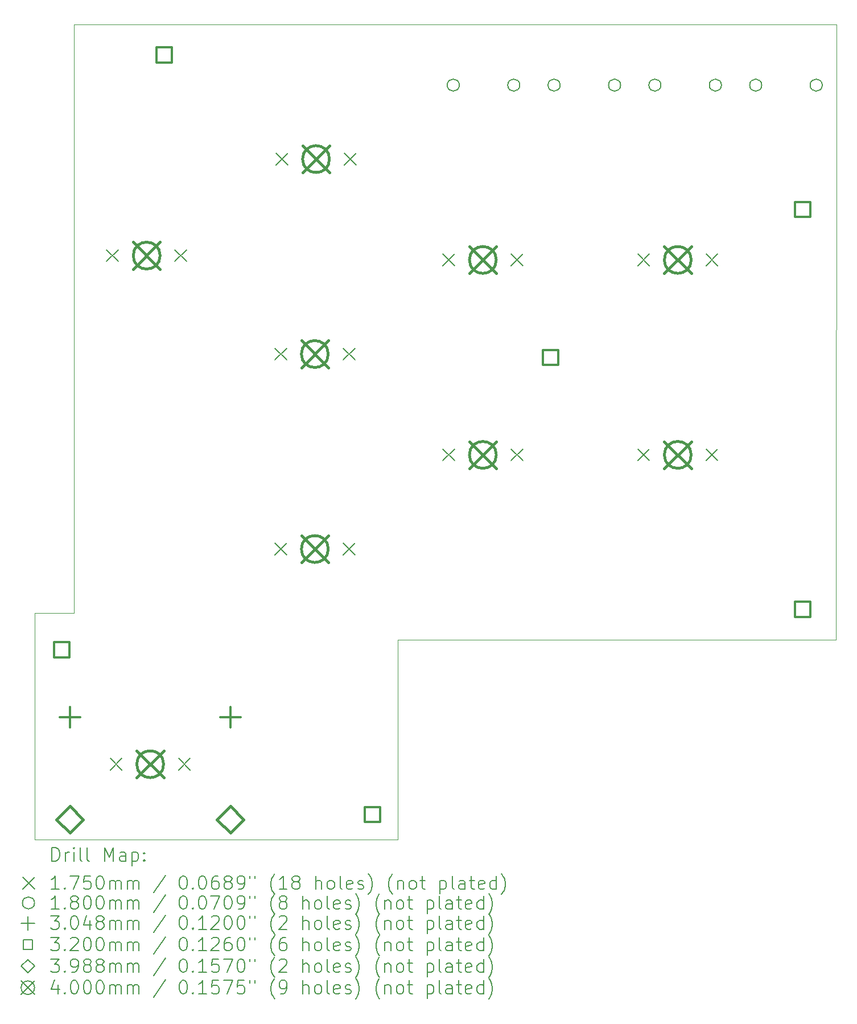
<source format=gbr>
%TF.GenerationSoftware,KiCad,Pcbnew,8.0.4*%
%TF.CreationDate,2024-07-23T17:58:51-07:00*%
%TF.ProjectId,2board_b,32626f61-7264-45f6-922e-6b696361645f,rev?*%
%TF.SameCoordinates,Original*%
%TF.FileFunction,Drillmap*%
%TF.FilePolarity,Positive*%
%FSLAX45Y45*%
G04 Gerber Fmt 4.5, Leading zero omitted, Abs format (unit mm)*
G04 Created by KiCad (PCBNEW 8.0.4) date 2024-07-23 17:58:51*
%MOMM*%
%LPD*%
G01*
G04 APERTURE LIST*
%ADD10C,0.100000*%
%ADD11C,0.200000*%
%ADD12C,0.175000*%
%ADD13C,0.180000*%
%ADD14C,0.304800*%
%ADD15C,0.320000*%
%ADD16C,0.398780*%
%ADD17C,0.400000*%
G04 APERTURE END LIST*
D10*
X20812500Y-2000000D02*
X20809500Y-11150000D01*
X20809500Y-11150000D02*
X14287500Y-11150000D01*
X9473500Y-10750000D02*
X9473500Y-2000000D01*
X8887500Y-10749500D02*
X9473500Y-10750000D01*
X14287500Y-11150000D02*
X14287500Y-14125000D01*
X14287500Y-14125000D02*
X8887500Y-14125000D01*
X8887500Y-14125000D02*
X8887500Y-10749500D01*
X9473500Y-2000000D02*
X20812500Y-2000000D01*
D11*
D12*
X9955591Y-5347912D02*
X10130591Y-5522912D01*
X10130591Y-5347912D02*
X9955591Y-5522912D01*
X10008000Y-12913500D02*
X10183000Y-13088500D01*
X10183000Y-12913500D02*
X10008000Y-13088500D01*
X10971591Y-5347912D02*
X11146591Y-5522912D01*
X11146591Y-5347912D02*
X10971591Y-5522912D01*
X11024000Y-12913500D02*
X11199000Y-13088500D01*
X11199000Y-12913500D02*
X11024000Y-13088500D01*
X12457394Y-6812500D02*
X12632394Y-6987500D01*
X12632394Y-6812500D02*
X12457394Y-6987500D01*
X12457394Y-9712500D02*
X12632394Y-9887500D01*
X12632394Y-9712500D02*
X12457394Y-9887500D01*
X12475426Y-3912556D02*
X12650426Y-4087556D01*
X12650426Y-3912556D02*
X12475426Y-4087556D01*
X13473394Y-6812500D02*
X13648394Y-6987500D01*
X13648394Y-6812500D02*
X13473394Y-6987500D01*
X13473394Y-9712500D02*
X13648394Y-9887500D01*
X13648394Y-9712500D02*
X13473394Y-9887500D01*
X13491426Y-3912556D02*
X13666426Y-4087556D01*
X13666426Y-3912556D02*
X13491426Y-4087556D01*
X14957394Y-5412500D02*
X15132394Y-5587500D01*
X15132394Y-5412500D02*
X14957394Y-5587500D01*
X14957394Y-8312500D02*
X15132394Y-8487500D01*
X15132394Y-8312500D02*
X14957394Y-8487500D01*
X15973394Y-5412500D02*
X16148394Y-5587500D01*
X16148394Y-5412500D02*
X15973394Y-5587500D01*
X15973394Y-8312500D02*
X16148394Y-8487500D01*
X16148394Y-8312500D02*
X15973394Y-8487500D01*
X17857394Y-5412500D02*
X18032394Y-5587500D01*
X18032394Y-5412500D02*
X17857394Y-5587500D01*
X17857394Y-8312500D02*
X18032394Y-8487500D01*
X18032394Y-8312500D02*
X17857394Y-8487500D01*
X18873394Y-5412500D02*
X19048394Y-5587500D01*
X19048394Y-5412500D02*
X18873394Y-5587500D01*
X18873394Y-8312500D02*
X19048394Y-8487500D01*
X19048394Y-8312500D02*
X18873394Y-8487500D01*
D13*
X15202500Y-2900000D02*
G75*
G02*
X15022500Y-2900000I-90000J0D01*
G01*
X15022500Y-2900000D02*
G75*
G02*
X15202500Y-2900000I90000J0D01*
G01*
X16102500Y-2900000D02*
G75*
G02*
X15922500Y-2900000I-90000J0D01*
G01*
X15922500Y-2900000D02*
G75*
G02*
X16102500Y-2900000I90000J0D01*
G01*
X16702500Y-2900000D02*
G75*
G02*
X16522500Y-2900000I-90000J0D01*
G01*
X16522500Y-2900000D02*
G75*
G02*
X16702500Y-2900000I90000J0D01*
G01*
X17602500Y-2900000D02*
G75*
G02*
X17422500Y-2900000I-90000J0D01*
G01*
X17422500Y-2900000D02*
G75*
G02*
X17602500Y-2900000I90000J0D01*
G01*
X18202500Y-2900000D02*
G75*
G02*
X18022500Y-2900000I-90000J0D01*
G01*
X18022500Y-2900000D02*
G75*
G02*
X18202500Y-2900000I90000J0D01*
G01*
X19102500Y-2900000D02*
G75*
G02*
X18922500Y-2900000I-90000J0D01*
G01*
X18922500Y-2900000D02*
G75*
G02*
X19102500Y-2900000I90000J0D01*
G01*
X19702500Y-2900000D02*
G75*
G02*
X19522500Y-2900000I-90000J0D01*
G01*
X19522500Y-2900000D02*
G75*
G02*
X19702500Y-2900000I90000J0D01*
G01*
X20602500Y-2900000D02*
G75*
G02*
X20422500Y-2900000I-90000J0D01*
G01*
X20422500Y-2900000D02*
G75*
G02*
X20602500Y-2900000I90000J0D01*
G01*
D14*
X9409700Y-12150100D02*
X9409700Y-12454900D01*
X9257300Y-12302500D02*
X9562100Y-12302500D01*
X11797300Y-12150100D02*
X11797300Y-12454900D01*
X11644900Y-12302500D02*
X11949700Y-12302500D01*
D15*
X9400638Y-11413138D02*
X9400638Y-11186862D01*
X9174362Y-11186862D01*
X9174362Y-11413138D01*
X9400638Y-11413138D01*
X10925638Y-2563138D02*
X10925638Y-2336862D01*
X10699362Y-2336862D01*
X10699362Y-2563138D01*
X10925638Y-2563138D01*
X14025638Y-13863138D02*
X14025638Y-13636862D01*
X13799362Y-13636862D01*
X13799362Y-13863138D01*
X14025638Y-13863138D01*
X16675638Y-7063138D02*
X16675638Y-6836862D01*
X16449362Y-6836862D01*
X16449362Y-7063138D01*
X16675638Y-7063138D01*
X20425638Y-4863138D02*
X20425638Y-4636862D01*
X20199362Y-4636862D01*
X20199362Y-4863138D01*
X20425638Y-4863138D01*
X20425638Y-10813138D02*
X20425638Y-10586862D01*
X20199362Y-10586862D01*
X20199362Y-10813138D01*
X20425638Y-10813138D01*
D16*
X9409700Y-14022890D02*
X9609090Y-13823500D01*
X9409700Y-13624110D01*
X9210310Y-13823500D01*
X9409700Y-14022890D01*
X11797300Y-14022890D02*
X11996690Y-13823500D01*
X11797300Y-13624110D01*
X11597910Y-13823500D01*
X11797300Y-14022890D01*
D17*
X10351091Y-5235412D02*
X10751091Y-5635412D01*
X10751091Y-5235412D02*
X10351091Y-5635412D01*
X10751091Y-5435412D02*
G75*
G02*
X10351091Y-5435412I-200000J0D01*
G01*
X10351091Y-5435412D02*
G75*
G02*
X10751091Y-5435412I200000J0D01*
G01*
X10403500Y-12801000D02*
X10803500Y-13201000D01*
X10803500Y-12801000D02*
X10403500Y-13201000D01*
X10803500Y-13001000D02*
G75*
G02*
X10403500Y-13001000I-200000J0D01*
G01*
X10403500Y-13001000D02*
G75*
G02*
X10803500Y-13001000I200000J0D01*
G01*
X12852894Y-6700000D02*
X13252894Y-7100000D01*
X13252894Y-6700000D02*
X12852894Y-7100000D01*
X13252894Y-6900000D02*
G75*
G02*
X12852894Y-6900000I-200000J0D01*
G01*
X12852894Y-6900000D02*
G75*
G02*
X13252894Y-6900000I200000J0D01*
G01*
X12852894Y-9600000D02*
X13252894Y-10000000D01*
X13252894Y-9600000D02*
X12852894Y-10000000D01*
X13252894Y-9800000D02*
G75*
G02*
X12852894Y-9800000I-200000J0D01*
G01*
X12852894Y-9800000D02*
G75*
G02*
X13252894Y-9800000I200000J0D01*
G01*
X12870926Y-3800056D02*
X13270926Y-4200056D01*
X13270926Y-3800056D02*
X12870926Y-4200056D01*
X13270926Y-4000056D02*
G75*
G02*
X12870926Y-4000056I-200000J0D01*
G01*
X12870926Y-4000056D02*
G75*
G02*
X13270926Y-4000056I200000J0D01*
G01*
X15352894Y-5300000D02*
X15752894Y-5700000D01*
X15752894Y-5300000D02*
X15352894Y-5700000D01*
X15752894Y-5500000D02*
G75*
G02*
X15352894Y-5500000I-200000J0D01*
G01*
X15352894Y-5500000D02*
G75*
G02*
X15752894Y-5500000I200000J0D01*
G01*
X15352894Y-8200000D02*
X15752894Y-8600000D01*
X15752894Y-8200000D02*
X15352894Y-8600000D01*
X15752894Y-8400000D02*
G75*
G02*
X15352894Y-8400000I-200000J0D01*
G01*
X15352894Y-8400000D02*
G75*
G02*
X15752894Y-8400000I200000J0D01*
G01*
X18252894Y-5300000D02*
X18652894Y-5700000D01*
X18652894Y-5300000D02*
X18252894Y-5700000D01*
X18652894Y-5500000D02*
G75*
G02*
X18252894Y-5500000I-200000J0D01*
G01*
X18252894Y-5500000D02*
G75*
G02*
X18652894Y-5500000I200000J0D01*
G01*
X18252894Y-8200000D02*
X18652894Y-8600000D01*
X18652894Y-8200000D02*
X18252894Y-8600000D01*
X18652894Y-8400000D02*
G75*
G02*
X18252894Y-8400000I-200000J0D01*
G01*
X18252894Y-8400000D02*
G75*
G02*
X18652894Y-8400000I200000J0D01*
G01*
D11*
X9143277Y-14441484D02*
X9143277Y-14241484D01*
X9143277Y-14241484D02*
X9190896Y-14241484D01*
X9190896Y-14241484D02*
X9219467Y-14251008D01*
X9219467Y-14251008D02*
X9238515Y-14270055D01*
X9238515Y-14270055D02*
X9248039Y-14289103D01*
X9248039Y-14289103D02*
X9257563Y-14327198D01*
X9257563Y-14327198D02*
X9257563Y-14355769D01*
X9257563Y-14355769D02*
X9248039Y-14393865D01*
X9248039Y-14393865D02*
X9238515Y-14412912D01*
X9238515Y-14412912D02*
X9219467Y-14431960D01*
X9219467Y-14431960D02*
X9190896Y-14441484D01*
X9190896Y-14441484D02*
X9143277Y-14441484D01*
X9343277Y-14441484D02*
X9343277Y-14308150D01*
X9343277Y-14346246D02*
X9352801Y-14327198D01*
X9352801Y-14327198D02*
X9362324Y-14317674D01*
X9362324Y-14317674D02*
X9381372Y-14308150D01*
X9381372Y-14308150D02*
X9400420Y-14308150D01*
X9467086Y-14441484D02*
X9467086Y-14308150D01*
X9467086Y-14241484D02*
X9457563Y-14251008D01*
X9457563Y-14251008D02*
X9467086Y-14260531D01*
X9467086Y-14260531D02*
X9476610Y-14251008D01*
X9476610Y-14251008D02*
X9467086Y-14241484D01*
X9467086Y-14241484D02*
X9467086Y-14260531D01*
X9590896Y-14441484D02*
X9571848Y-14431960D01*
X9571848Y-14431960D02*
X9562324Y-14412912D01*
X9562324Y-14412912D02*
X9562324Y-14241484D01*
X9695658Y-14441484D02*
X9676610Y-14431960D01*
X9676610Y-14431960D02*
X9667086Y-14412912D01*
X9667086Y-14412912D02*
X9667086Y-14241484D01*
X9924229Y-14441484D02*
X9924229Y-14241484D01*
X9924229Y-14241484D02*
X9990896Y-14384341D01*
X9990896Y-14384341D02*
X10057563Y-14241484D01*
X10057563Y-14241484D02*
X10057563Y-14441484D01*
X10238515Y-14441484D02*
X10238515Y-14336722D01*
X10238515Y-14336722D02*
X10228991Y-14317674D01*
X10228991Y-14317674D02*
X10209944Y-14308150D01*
X10209944Y-14308150D02*
X10171848Y-14308150D01*
X10171848Y-14308150D02*
X10152801Y-14317674D01*
X10238515Y-14431960D02*
X10219467Y-14441484D01*
X10219467Y-14441484D02*
X10171848Y-14441484D01*
X10171848Y-14441484D02*
X10152801Y-14431960D01*
X10152801Y-14431960D02*
X10143277Y-14412912D01*
X10143277Y-14412912D02*
X10143277Y-14393865D01*
X10143277Y-14393865D02*
X10152801Y-14374817D01*
X10152801Y-14374817D02*
X10171848Y-14365293D01*
X10171848Y-14365293D02*
X10219467Y-14365293D01*
X10219467Y-14365293D02*
X10238515Y-14355769D01*
X10333753Y-14308150D02*
X10333753Y-14508150D01*
X10333753Y-14317674D02*
X10352801Y-14308150D01*
X10352801Y-14308150D02*
X10390896Y-14308150D01*
X10390896Y-14308150D02*
X10409944Y-14317674D01*
X10409944Y-14317674D02*
X10419467Y-14327198D01*
X10419467Y-14327198D02*
X10428991Y-14346246D01*
X10428991Y-14346246D02*
X10428991Y-14403388D01*
X10428991Y-14403388D02*
X10419467Y-14422436D01*
X10419467Y-14422436D02*
X10409944Y-14431960D01*
X10409944Y-14431960D02*
X10390896Y-14441484D01*
X10390896Y-14441484D02*
X10352801Y-14441484D01*
X10352801Y-14441484D02*
X10333753Y-14431960D01*
X10514705Y-14422436D02*
X10524229Y-14431960D01*
X10524229Y-14431960D02*
X10514705Y-14441484D01*
X10514705Y-14441484D02*
X10505182Y-14431960D01*
X10505182Y-14431960D02*
X10514705Y-14422436D01*
X10514705Y-14422436D02*
X10514705Y-14441484D01*
X10514705Y-14317674D02*
X10524229Y-14327198D01*
X10524229Y-14327198D02*
X10514705Y-14336722D01*
X10514705Y-14336722D02*
X10505182Y-14327198D01*
X10505182Y-14327198D02*
X10514705Y-14317674D01*
X10514705Y-14317674D02*
X10514705Y-14336722D01*
D12*
X8707500Y-14682500D02*
X8882500Y-14857500D01*
X8882500Y-14682500D02*
X8707500Y-14857500D01*
D11*
X9248039Y-14861484D02*
X9133753Y-14861484D01*
X9190896Y-14861484D02*
X9190896Y-14661484D01*
X9190896Y-14661484D02*
X9171848Y-14690055D01*
X9171848Y-14690055D02*
X9152801Y-14709103D01*
X9152801Y-14709103D02*
X9133753Y-14718627D01*
X9333753Y-14842436D02*
X9343277Y-14851960D01*
X9343277Y-14851960D02*
X9333753Y-14861484D01*
X9333753Y-14861484D02*
X9324229Y-14851960D01*
X9324229Y-14851960D02*
X9333753Y-14842436D01*
X9333753Y-14842436D02*
X9333753Y-14861484D01*
X9409944Y-14661484D02*
X9543277Y-14661484D01*
X9543277Y-14661484D02*
X9457563Y-14861484D01*
X9714705Y-14661484D02*
X9619467Y-14661484D01*
X9619467Y-14661484D02*
X9609944Y-14756722D01*
X9609944Y-14756722D02*
X9619467Y-14747198D01*
X9619467Y-14747198D02*
X9638515Y-14737674D01*
X9638515Y-14737674D02*
X9686134Y-14737674D01*
X9686134Y-14737674D02*
X9705182Y-14747198D01*
X9705182Y-14747198D02*
X9714705Y-14756722D01*
X9714705Y-14756722D02*
X9724229Y-14775769D01*
X9724229Y-14775769D02*
X9724229Y-14823388D01*
X9724229Y-14823388D02*
X9714705Y-14842436D01*
X9714705Y-14842436D02*
X9705182Y-14851960D01*
X9705182Y-14851960D02*
X9686134Y-14861484D01*
X9686134Y-14861484D02*
X9638515Y-14861484D01*
X9638515Y-14861484D02*
X9619467Y-14851960D01*
X9619467Y-14851960D02*
X9609944Y-14842436D01*
X9848039Y-14661484D02*
X9867086Y-14661484D01*
X9867086Y-14661484D02*
X9886134Y-14671008D01*
X9886134Y-14671008D02*
X9895658Y-14680531D01*
X9895658Y-14680531D02*
X9905182Y-14699579D01*
X9905182Y-14699579D02*
X9914705Y-14737674D01*
X9914705Y-14737674D02*
X9914705Y-14785293D01*
X9914705Y-14785293D02*
X9905182Y-14823388D01*
X9905182Y-14823388D02*
X9895658Y-14842436D01*
X9895658Y-14842436D02*
X9886134Y-14851960D01*
X9886134Y-14851960D02*
X9867086Y-14861484D01*
X9867086Y-14861484D02*
X9848039Y-14861484D01*
X9848039Y-14861484D02*
X9828991Y-14851960D01*
X9828991Y-14851960D02*
X9819467Y-14842436D01*
X9819467Y-14842436D02*
X9809944Y-14823388D01*
X9809944Y-14823388D02*
X9800420Y-14785293D01*
X9800420Y-14785293D02*
X9800420Y-14737674D01*
X9800420Y-14737674D02*
X9809944Y-14699579D01*
X9809944Y-14699579D02*
X9819467Y-14680531D01*
X9819467Y-14680531D02*
X9828991Y-14671008D01*
X9828991Y-14671008D02*
X9848039Y-14661484D01*
X10000420Y-14861484D02*
X10000420Y-14728150D01*
X10000420Y-14747198D02*
X10009944Y-14737674D01*
X10009944Y-14737674D02*
X10028991Y-14728150D01*
X10028991Y-14728150D02*
X10057563Y-14728150D01*
X10057563Y-14728150D02*
X10076610Y-14737674D01*
X10076610Y-14737674D02*
X10086134Y-14756722D01*
X10086134Y-14756722D02*
X10086134Y-14861484D01*
X10086134Y-14756722D02*
X10095658Y-14737674D01*
X10095658Y-14737674D02*
X10114705Y-14728150D01*
X10114705Y-14728150D02*
X10143277Y-14728150D01*
X10143277Y-14728150D02*
X10162325Y-14737674D01*
X10162325Y-14737674D02*
X10171848Y-14756722D01*
X10171848Y-14756722D02*
X10171848Y-14861484D01*
X10267086Y-14861484D02*
X10267086Y-14728150D01*
X10267086Y-14747198D02*
X10276610Y-14737674D01*
X10276610Y-14737674D02*
X10295658Y-14728150D01*
X10295658Y-14728150D02*
X10324229Y-14728150D01*
X10324229Y-14728150D02*
X10343277Y-14737674D01*
X10343277Y-14737674D02*
X10352801Y-14756722D01*
X10352801Y-14756722D02*
X10352801Y-14861484D01*
X10352801Y-14756722D02*
X10362325Y-14737674D01*
X10362325Y-14737674D02*
X10381372Y-14728150D01*
X10381372Y-14728150D02*
X10409944Y-14728150D01*
X10409944Y-14728150D02*
X10428991Y-14737674D01*
X10428991Y-14737674D02*
X10438515Y-14756722D01*
X10438515Y-14756722D02*
X10438515Y-14861484D01*
X10828991Y-14651960D02*
X10657563Y-14909103D01*
X11086134Y-14661484D02*
X11105182Y-14661484D01*
X11105182Y-14661484D02*
X11124229Y-14671008D01*
X11124229Y-14671008D02*
X11133753Y-14680531D01*
X11133753Y-14680531D02*
X11143277Y-14699579D01*
X11143277Y-14699579D02*
X11152801Y-14737674D01*
X11152801Y-14737674D02*
X11152801Y-14785293D01*
X11152801Y-14785293D02*
X11143277Y-14823388D01*
X11143277Y-14823388D02*
X11133753Y-14842436D01*
X11133753Y-14842436D02*
X11124229Y-14851960D01*
X11124229Y-14851960D02*
X11105182Y-14861484D01*
X11105182Y-14861484D02*
X11086134Y-14861484D01*
X11086134Y-14861484D02*
X11067087Y-14851960D01*
X11067087Y-14851960D02*
X11057563Y-14842436D01*
X11057563Y-14842436D02*
X11048039Y-14823388D01*
X11048039Y-14823388D02*
X11038515Y-14785293D01*
X11038515Y-14785293D02*
X11038515Y-14737674D01*
X11038515Y-14737674D02*
X11048039Y-14699579D01*
X11048039Y-14699579D02*
X11057563Y-14680531D01*
X11057563Y-14680531D02*
X11067087Y-14671008D01*
X11067087Y-14671008D02*
X11086134Y-14661484D01*
X11238515Y-14842436D02*
X11248039Y-14851960D01*
X11248039Y-14851960D02*
X11238515Y-14861484D01*
X11238515Y-14861484D02*
X11228991Y-14851960D01*
X11228991Y-14851960D02*
X11238515Y-14842436D01*
X11238515Y-14842436D02*
X11238515Y-14861484D01*
X11371848Y-14661484D02*
X11390896Y-14661484D01*
X11390896Y-14661484D02*
X11409944Y-14671008D01*
X11409944Y-14671008D02*
X11419467Y-14680531D01*
X11419467Y-14680531D02*
X11428991Y-14699579D01*
X11428991Y-14699579D02*
X11438515Y-14737674D01*
X11438515Y-14737674D02*
X11438515Y-14785293D01*
X11438515Y-14785293D02*
X11428991Y-14823388D01*
X11428991Y-14823388D02*
X11419467Y-14842436D01*
X11419467Y-14842436D02*
X11409944Y-14851960D01*
X11409944Y-14851960D02*
X11390896Y-14861484D01*
X11390896Y-14861484D02*
X11371848Y-14861484D01*
X11371848Y-14861484D02*
X11352801Y-14851960D01*
X11352801Y-14851960D02*
X11343277Y-14842436D01*
X11343277Y-14842436D02*
X11333753Y-14823388D01*
X11333753Y-14823388D02*
X11324229Y-14785293D01*
X11324229Y-14785293D02*
X11324229Y-14737674D01*
X11324229Y-14737674D02*
X11333753Y-14699579D01*
X11333753Y-14699579D02*
X11343277Y-14680531D01*
X11343277Y-14680531D02*
X11352801Y-14671008D01*
X11352801Y-14671008D02*
X11371848Y-14661484D01*
X11609944Y-14661484D02*
X11571848Y-14661484D01*
X11571848Y-14661484D02*
X11552801Y-14671008D01*
X11552801Y-14671008D02*
X11543277Y-14680531D01*
X11543277Y-14680531D02*
X11524229Y-14709103D01*
X11524229Y-14709103D02*
X11514706Y-14747198D01*
X11514706Y-14747198D02*
X11514706Y-14823388D01*
X11514706Y-14823388D02*
X11524229Y-14842436D01*
X11524229Y-14842436D02*
X11533753Y-14851960D01*
X11533753Y-14851960D02*
X11552801Y-14861484D01*
X11552801Y-14861484D02*
X11590896Y-14861484D01*
X11590896Y-14861484D02*
X11609944Y-14851960D01*
X11609944Y-14851960D02*
X11619467Y-14842436D01*
X11619467Y-14842436D02*
X11628991Y-14823388D01*
X11628991Y-14823388D02*
X11628991Y-14775769D01*
X11628991Y-14775769D02*
X11619467Y-14756722D01*
X11619467Y-14756722D02*
X11609944Y-14747198D01*
X11609944Y-14747198D02*
X11590896Y-14737674D01*
X11590896Y-14737674D02*
X11552801Y-14737674D01*
X11552801Y-14737674D02*
X11533753Y-14747198D01*
X11533753Y-14747198D02*
X11524229Y-14756722D01*
X11524229Y-14756722D02*
X11514706Y-14775769D01*
X11743277Y-14747198D02*
X11724229Y-14737674D01*
X11724229Y-14737674D02*
X11714706Y-14728150D01*
X11714706Y-14728150D02*
X11705182Y-14709103D01*
X11705182Y-14709103D02*
X11705182Y-14699579D01*
X11705182Y-14699579D02*
X11714706Y-14680531D01*
X11714706Y-14680531D02*
X11724229Y-14671008D01*
X11724229Y-14671008D02*
X11743277Y-14661484D01*
X11743277Y-14661484D02*
X11781372Y-14661484D01*
X11781372Y-14661484D02*
X11800420Y-14671008D01*
X11800420Y-14671008D02*
X11809944Y-14680531D01*
X11809944Y-14680531D02*
X11819467Y-14699579D01*
X11819467Y-14699579D02*
X11819467Y-14709103D01*
X11819467Y-14709103D02*
X11809944Y-14728150D01*
X11809944Y-14728150D02*
X11800420Y-14737674D01*
X11800420Y-14737674D02*
X11781372Y-14747198D01*
X11781372Y-14747198D02*
X11743277Y-14747198D01*
X11743277Y-14747198D02*
X11724229Y-14756722D01*
X11724229Y-14756722D02*
X11714706Y-14766246D01*
X11714706Y-14766246D02*
X11705182Y-14785293D01*
X11705182Y-14785293D02*
X11705182Y-14823388D01*
X11705182Y-14823388D02*
X11714706Y-14842436D01*
X11714706Y-14842436D02*
X11724229Y-14851960D01*
X11724229Y-14851960D02*
X11743277Y-14861484D01*
X11743277Y-14861484D02*
X11781372Y-14861484D01*
X11781372Y-14861484D02*
X11800420Y-14851960D01*
X11800420Y-14851960D02*
X11809944Y-14842436D01*
X11809944Y-14842436D02*
X11819467Y-14823388D01*
X11819467Y-14823388D02*
X11819467Y-14785293D01*
X11819467Y-14785293D02*
X11809944Y-14766246D01*
X11809944Y-14766246D02*
X11800420Y-14756722D01*
X11800420Y-14756722D02*
X11781372Y-14747198D01*
X11914706Y-14861484D02*
X11952801Y-14861484D01*
X11952801Y-14861484D02*
X11971848Y-14851960D01*
X11971848Y-14851960D02*
X11981372Y-14842436D01*
X11981372Y-14842436D02*
X12000420Y-14813865D01*
X12000420Y-14813865D02*
X12009944Y-14775769D01*
X12009944Y-14775769D02*
X12009944Y-14699579D01*
X12009944Y-14699579D02*
X12000420Y-14680531D01*
X12000420Y-14680531D02*
X11990896Y-14671008D01*
X11990896Y-14671008D02*
X11971848Y-14661484D01*
X11971848Y-14661484D02*
X11933753Y-14661484D01*
X11933753Y-14661484D02*
X11914706Y-14671008D01*
X11914706Y-14671008D02*
X11905182Y-14680531D01*
X11905182Y-14680531D02*
X11895658Y-14699579D01*
X11895658Y-14699579D02*
X11895658Y-14747198D01*
X11895658Y-14747198D02*
X11905182Y-14766246D01*
X11905182Y-14766246D02*
X11914706Y-14775769D01*
X11914706Y-14775769D02*
X11933753Y-14785293D01*
X11933753Y-14785293D02*
X11971848Y-14785293D01*
X11971848Y-14785293D02*
X11990896Y-14775769D01*
X11990896Y-14775769D02*
X12000420Y-14766246D01*
X12000420Y-14766246D02*
X12009944Y-14747198D01*
X12086134Y-14661484D02*
X12086134Y-14699579D01*
X12162325Y-14661484D02*
X12162325Y-14699579D01*
X12457563Y-14937674D02*
X12448039Y-14928150D01*
X12448039Y-14928150D02*
X12428991Y-14899579D01*
X12428991Y-14899579D02*
X12419468Y-14880531D01*
X12419468Y-14880531D02*
X12409944Y-14851960D01*
X12409944Y-14851960D02*
X12400420Y-14804341D01*
X12400420Y-14804341D02*
X12400420Y-14766246D01*
X12400420Y-14766246D02*
X12409944Y-14718627D01*
X12409944Y-14718627D02*
X12419468Y-14690055D01*
X12419468Y-14690055D02*
X12428991Y-14671008D01*
X12428991Y-14671008D02*
X12448039Y-14642436D01*
X12448039Y-14642436D02*
X12457563Y-14632912D01*
X12638515Y-14861484D02*
X12524229Y-14861484D01*
X12581372Y-14861484D02*
X12581372Y-14661484D01*
X12581372Y-14661484D02*
X12562325Y-14690055D01*
X12562325Y-14690055D02*
X12543277Y-14709103D01*
X12543277Y-14709103D02*
X12524229Y-14718627D01*
X12752801Y-14747198D02*
X12733753Y-14737674D01*
X12733753Y-14737674D02*
X12724229Y-14728150D01*
X12724229Y-14728150D02*
X12714706Y-14709103D01*
X12714706Y-14709103D02*
X12714706Y-14699579D01*
X12714706Y-14699579D02*
X12724229Y-14680531D01*
X12724229Y-14680531D02*
X12733753Y-14671008D01*
X12733753Y-14671008D02*
X12752801Y-14661484D01*
X12752801Y-14661484D02*
X12790896Y-14661484D01*
X12790896Y-14661484D02*
X12809944Y-14671008D01*
X12809944Y-14671008D02*
X12819468Y-14680531D01*
X12819468Y-14680531D02*
X12828991Y-14699579D01*
X12828991Y-14699579D02*
X12828991Y-14709103D01*
X12828991Y-14709103D02*
X12819468Y-14728150D01*
X12819468Y-14728150D02*
X12809944Y-14737674D01*
X12809944Y-14737674D02*
X12790896Y-14747198D01*
X12790896Y-14747198D02*
X12752801Y-14747198D01*
X12752801Y-14747198D02*
X12733753Y-14756722D01*
X12733753Y-14756722D02*
X12724229Y-14766246D01*
X12724229Y-14766246D02*
X12714706Y-14785293D01*
X12714706Y-14785293D02*
X12714706Y-14823388D01*
X12714706Y-14823388D02*
X12724229Y-14842436D01*
X12724229Y-14842436D02*
X12733753Y-14851960D01*
X12733753Y-14851960D02*
X12752801Y-14861484D01*
X12752801Y-14861484D02*
X12790896Y-14861484D01*
X12790896Y-14861484D02*
X12809944Y-14851960D01*
X12809944Y-14851960D02*
X12819468Y-14842436D01*
X12819468Y-14842436D02*
X12828991Y-14823388D01*
X12828991Y-14823388D02*
X12828991Y-14785293D01*
X12828991Y-14785293D02*
X12819468Y-14766246D01*
X12819468Y-14766246D02*
X12809944Y-14756722D01*
X12809944Y-14756722D02*
X12790896Y-14747198D01*
X13067087Y-14861484D02*
X13067087Y-14661484D01*
X13152801Y-14861484D02*
X13152801Y-14756722D01*
X13152801Y-14756722D02*
X13143277Y-14737674D01*
X13143277Y-14737674D02*
X13124230Y-14728150D01*
X13124230Y-14728150D02*
X13095658Y-14728150D01*
X13095658Y-14728150D02*
X13076610Y-14737674D01*
X13076610Y-14737674D02*
X13067087Y-14747198D01*
X13276610Y-14861484D02*
X13257563Y-14851960D01*
X13257563Y-14851960D02*
X13248039Y-14842436D01*
X13248039Y-14842436D02*
X13238515Y-14823388D01*
X13238515Y-14823388D02*
X13238515Y-14766246D01*
X13238515Y-14766246D02*
X13248039Y-14747198D01*
X13248039Y-14747198D02*
X13257563Y-14737674D01*
X13257563Y-14737674D02*
X13276610Y-14728150D01*
X13276610Y-14728150D02*
X13305182Y-14728150D01*
X13305182Y-14728150D02*
X13324230Y-14737674D01*
X13324230Y-14737674D02*
X13333753Y-14747198D01*
X13333753Y-14747198D02*
X13343277Y-14766246D01*
X13343277Y-14766246D02*
X13343277Y-14823388D01*
X13343277Y-14823388D02*
X13333753Y-14842436D01*
X13333753Y-14842436D02*
X13324230Y-14851960D01*
X13324230Y-14851960D02*
X13305182Y-14861484D01*
X13305182Y-14861484D02*
X13276610Y-14861484D01*
X13457563Y-14861484D02*
X13438515Y-14851960D01*
X13438515Y-14851960D02*
X13428991Y-14832912D01*
X13428991Y-14832912D02*
X13428991Y-14661484D01*
X13609944Y-14851960D02*
X13590896Y-14861484D01*
X13590896Y-14861484D02*
X13552801Y-14861484D01*
X13552801Y-14861484D02*
X13533753Y-14851960D01*
X13533753Y-14851960D02*
X13524230Y-14832912D01*
X13524230Y-14832912D02*
X13524230Y-14756722D01*
X13524230Y-14756722D02*
X13533753Y-14737674D01*
X13533753Y-14737674D02*
X13552801Y-14728150D01*
X13552801Y-14728150D02*
X13590896Y-14728150D01*
X13590896Y-14728150D02*
X13609944Y-14737674D01*
X13609944Y-14737674D02*
X13619468Y-14756722D01*
X13619468Y-14756722D02*
X13619468Y-14775769D01*
X13619468Y-14775769D02*
X13524230Y-14794817D01*
X13695658Y-14851960D02*
X13714706Y-14861484D01*
X13714706Y-14861484D02*
X13752801Y-14861484D01*
X13752801Y-14861484D02*
X13771849Y-14851960D01*
X13771849Y-14851960D02*
X13781372Y-14832912D01*
X13781372Y-14832912D02*
X13781372Y-14823388D01*
X13781372Y-14823388D02*
X13771849Y-14804341D01*
X13771849Y-14804341D02*
X13752801Y-14794817D01*
X13752801Y-14794817D02*
X13724230Y-14794817D01*
X13724230Y-14794817D02*
X13705182Y-14785293D01*
X13705182Y-14785293D02*
X13695658Y-14766246D01*
X13695658Y-14766246D02*
X13695658Y-14756722D01*
X13695658Y-14756722D02*
X13705182Y-14737674D01*
X13705182Y-14737674D02*
X13724230Y-14728150D01*
X13724230Y-14728150D02*
X13752801Y-14728150D01*
X13752801Y-14728150D02*
X13771849Y-14737674D01*
X13848039Y-14937674D02*
X13857563Y-14928150D01*
X13857563Y-14928150D02*
X13876611Y-14899579D01*
X13876611Y-14899579D02*
X13886134Y-14880531D01*
X13886134Y-14880531D02*
X13895658Y-14851960D01*
X13895658Y-14851960D02*
X13905182Y-14804341D01*
X13905182Y-14804341D02*
X13905182Y-14766246D01*
X13905182Y-14766246D02*
X13895658Y-14718627D01*
X13895658Y-14718627D02*
X13886134Y-14690055D01*
X13886134Y-14690055D02*
X13876611Y-14671008D01*
X13876611Y-14671008D02*
X13857563Y-14642436D01*
X13857563Y-14642436D02*
X13848039Y-14632912D01*
X14209944Y-14937674D02*
X14200420Y-14928150D01*
X14200420Y-14928150D02*
X14181372Y-14899579D01*
X14181372Y-14899579D02*
X14171849Y-14880531D01*
X14171849Y-14880531D02*
X14162325Y-14851960D01*
X14162325Y-14851960D02*
X14152801Y-14804341D01*
X14152801Y-14804341D02*
X14152801Y-14766246D01*
X14152801Y-14766246D02*
X14162325Y-14718627D01*
X14162325Y-14718627D02*
X14171849Y-14690055D01*
X14171849Y-14690055D02*
X14181372Y-14671008D01*
X14181372Y-14671008D02*
X14200420Y-14642436D01*
X14200420Y-14642436D02*
X14209944Y-14632912D01*
X14286134Y-14728150D02*
X14286134Y-14861484D01*
X14286134Y-14747198D02*
X14295658Y-14737674D01*
X14295658Y-14737674D02*
X14314706Y-14728150D01*
X14314706Y-14728150D02*
X14343277Y-14728150D01*
X14343277Y-14728150D02*
X14362325Y-14737674D01*
X14362325Y-14737674D02*
X14371849Y-14756722D01*
X14371849Y-14756722D02*
X14371849Y-14861484D01*
X14495658Y-14861484D02*
X14476611Y-14851960D01*
X14476611Y-14851960D02*
X14467087Y-14842436D01*
X14467087Y-14842436D02*
X14457563Y-14823388D01*
X14457563Y-14823388D02*
X14457563Y-14766246D01*
X14457563Y-14766246D02*
X14467087Y-14747198D01*
X14467087Y-14747198D02*
X14476611Y-14737674D01*
X14476611Y-14737674D02*
X14495658Y-14728150D01*
X14495658Y-14728150D02*
X14524230Y-14728150D01*
X14524230Y-14728150D02*
X14543277Y-14737674D01*
X14543277Y-14737674D02*
X14552801Y-14747198D01*
X14552801Y-14747198D02*
X14562325Y-14766246D01*
X14562325Y-14766246D02*
X14562325Y-14823388D01*
X14562325Y-14823388D02*
X14552801Y-14842436D01*
X14552801Y-14842436D02*
X14543277Y-14851960D01*
X14543277Y-14851960D02*
X14524230Y-14861484D01*
X14524230Y-14861484D02*
X14495658Y-14861484D01*
X14619468Y-14728150D02*
X14695658Y-14728150D01*
X14648039Y-14661484D02*
X14648039Y-14832912D01*
X14648039Y-14832912D02*
X14657563Y-14851960D01*
X14657563Y-14851960D02*
X14676611Y-14861484D01*
X14676611Y-14861484D02*
X14695658Y-14861484D01*
X14914706Y-14728150D02*
X14914706Y-14928150D01*
X14914706Y-14737674D02*
X14933753Y-14728150D01*
X14933753Y-14728150D02*
X14971849Y-14728150D01*
X14971849Y-14728150D02*
X14990896Y-14737674D01*
X14990896Y-14737674D02*
X15000420Y-14747198D01*
X15000420Y-14747198D02*
X15009944Y-14766246D01*
X15009944Y-14766246D02*
X15009944Y-14823388D01*
X15009944Y-14823388D02*
X15000420Y-14842436D01*
X15000420Y-14842436D02*
X14990896Y-14851960D01*
X14990896Y-14851960D02*
X14971849Y-14861484D01*
X14971849Y-14861484D02*
X14933753Y-14861484D01*
X14933753Y-14861484D02*
X14914706Y-14851960D01*
X15124230Y-14861484D02*
X15105182Y-14851960D01*
X15105182Y-14851960D02*
X15095658Y-14832912D01*
X15095658Y-14832912D02*
X15095658Y-14661484D01*
X15286134Y-14861484D02*
X15286134Y-14756722D01*
X15286134Y-14756722D02*
X15276611Y-14737674D01*
X15276611Y-14737674D02*
X15257563Y-14728150D01*
X15257563Y-14728150D02*
X15219468Y-14728150D01*
X15219468Y-14728150D02*
X15200420Y-14737674D01*
X15286134Y-14851960D02*
X15267087Y-14861484D01*
X15267087Y-14861484D02*
X15219468Y-14861484D01*
X15219468Y-14861484D02*
X15200420Y-14851960D01*
X15200420Y-14851960D02*
X15190896Y-14832912D01*
X15190896Y-14832912D02*
X15190896Y-14813865D01*
X15190896Y-14813865D02*
X15200420Y-14794817D01*
X15200420Y-14794817D02*
X15219468Y-14785293D01*
X15219468Y-14785293D02*
X15267087Y-14785293D01*
X15267087Y-14785293D02*
X15286134Y-14775769D01*
X15352801Y-14728150D02*
X15428992Y-14728150D01*
X15381373Y-14661484D02*
X15381373Y-14832912D01*
X15381373Y-14832912D02*
X15390896Y-14851960D01*
X15390896Y-14851960D02*
X15409944Y-14861484D01*
X15409944Y-14861484D02*
X15428992Y-14861484D01*
X15571849Y-14851960D02*
X15552801Y-14861484D01*
X15552801Y-14861484D02*
X15514706Y-14861484D01*
X15514706Y-14861484D02*
X15495658Y-14851960D01*
X15495658Y-14851960D02*
X15486134Y-14832912D01*
X15486134Y-14832912D02*
X15486134Y-14756722D01*
X15486134Y-14756722D02*
X15495658Y-14737674D01*
X15495658Y-14737674D02*
X15514706Y-14728150D01*
X15514706Y-14728150D02*
X15552801Y-14728150D01*
X15552801Y-14728150D02*
X15571849Y-14737674D01*
X15571849Y-14737674D02*
X15581373Y-14756722D01*
X15581373Y-14756722D02*
X15581373Y-14775769D01*
X15581373Y-14775769D02*
X15486134Y-14794817D01*
X15752801Y-14861484D02*
X15752801Y-14661484D01*
X15752801Y-14851960D02*
X15733754Y-14861484D01*
X15733754Y-14861484D02*
X15695658Y-14861484D01*
X15695658Y-14861484D02*
X15676611Y-14851960D01*
X15676611Y-14851960D02*
X15667087Y-14842436D01*
X15667087Y-14842436D02*
X15657563Y-14823388D01*
X15657563Y-14823388D02*
X15657563Y-14766246D01*
X15657563Y-14766246D02*
X15667087Y-14747198D01*
X15667087Y-14747198D02*
X15676611Y-14737674D01*
X15676611Y-14737674D02*
X15695658Y-14728150D01*
X15695658Y-14728150D02*
X15733754Y-14728150D01*
X15733754Y-14728150D02*
X15752801Y-14737674D01*
X15828992Y-14937674D02*
X15838515Y-14928150D01*
X15838515Y-14928150D02*
X15857563Y-14899579D01*
X15857563Y-14899579D02*
X15867087Y-14880531D01*
X15867087Y-14880531D02*
X15876611Y-14851960D01*
X15876611Y-14851960D02*
X15886134Y-14804341D01*
X15886134Y-14804341D02*
X15886134Y-14766246D01*
X15886134Y-14766246D02*
X15876611Y-14718627D01*
X15876611Y-14718627D02*
X15867087Y-14690055D01*
X15867087Y-14690055D02*
X15857563Y-14671008D01*
X15857563Y-14671008D02*
X15838515Y-14642436D01*
X15838515Y-14642436D02*
X15828992Y-14632912D01*
D13*
X8882500Y-15065000D02*
G75*
G02*
X8702500Y-15065000I-90000J0D01*
G01*
X8702500Y-15065000D02*
G75*
G02*
X8882500Y-15065000I90000J0D01*
G01*
D11*
X9248039Y-15156484D02*
X9133753Y-15156484D01*
X9190896Y-15156484D02*
X9190896Y-14956484D01*
X9190896Y-14956484D02*
X9171848Y-14985055D01*
X9171848Y-14985055D02*
X9152801Y-15004103D01*
X9152801Y-15004103D02*
X9133753Y-15013627D01*
X9333753Y-15137436D02*
X9343277Y-15146960D01*
X9343277Y-15146960D02*
X9333753Y-15156484D01*
X9333753Y-15156484D02*
X9324229Y-15146960D01*
X9324229Y-15146960D02*
X9333753Y-15137436D01*
X9333753Y-15137436D02*
X9333753Y-15156484D01*
X9457563Y-15042198D02*
X9438515Y-15032674D01*
X9438515Y-15032674D02*
X9428991Y-15023150D01*
X9428991Y-15023150D02*
X9419467Y-15004103D01*
X9419467Y-15004103D02*
X9419467Y-14994579D01*
X9419467Y-14994579D02*
X9428991Y-14975531D01*
X9428991Y-14975531D02*
X9438515Y-14966008D01*
X9438515Y-14966008D02*
X9457563Y-14956484D01*
X9457563Y-14956484D02*
X9495658Y-14956484D01*
X9495658Y-14956484D02*
X9514705Y-14966008D01*
X9514705Y-14966008D02*
X9524229Y-14975531D01*
X9524229Y-14975531D02*
X9533753Y-14994579D01*
X9533753Y-14994579D02*
X9533753Y-15004103D01*
X9533753Y-15004103D02*
X9524229Y-15023150D01*
X9524229Y-15023150D02*
X9514705Y-15032674D01*
X9514705Y-15032674D02*
X9495658Y-15042198D01*
X9495658Y-15042198D02*
X9457563Y-15042198D01*
X9457563Y-15042198D02*
X9438515Y-15051722D01*
X9438515Y-15051722D02*
X9428991Y-15061246D01*
X9428991Y-15061246D02*
X9419467Y-15080293D01*
X9419467Y-15080293D02*
X9419467Y-15118388D01*
X9419467Y-15118388D02*
X9428991Y-15137436D01*
X9428991Y-15137436D02*
X9438515Y-15146960D01*
X9438515Y-15146960D02*
X9457563Y-15156484D01*
X9457563Y-15156484D02*
X9495658Y-15156484D01*
X9495658Y-15156484D02*
X9514705Y-15146960D01*
X9514705Y-15146960D02*
X9524229Y-15137436D01*
X9524229Y-15137436D02*
X9533753Y-15118388D01*
X9533753Y-15118388D02*
X9533753Y-15080293D01*
X9533753Y-15080293D02*
X9524229Y-15061246D01*
X9524229Y-15061246D02*
X9514705Y-15051722D01*
X9514705Y-15051722D02*
X9495658Y-15042198D01*
X9657563Y-14956484D02*
X9676610Y-14956484D01*
X9676610Y-14956484D02*
X9695658Y-14966008D01*
X9695658Y-14966008D02*
X9705182Y-14975531D01*
X9705182Y-14975531D02*
X9714705Y-14994579D01*
X9714705Y-14994579D02*
X9724229Y-15032674D01*
X9724229Y-15032674D02*
X9724229Y-15080293D01*
X9724229Y-15080293D02*
X9714705Y-15118388D01*
X9714705Y-15118388D02*
X9705182Y-15137436D01*
X9705182Y-15137436D02*
X9695658Y-15146960D01*
X9695658Y-15146960D02*
X9676610Y-15156484D01*
X9676610Y-15156484D02*
X9657563Y-15156484D01*
X9657563Y-15156484D02*
X9638515Y-15146960D01*
X9638515Y-15146960D02*
X9628991Y-15137436D01*
X9628991Y-15137436D02*
X9619467Y-15118388D01*
X9619467Y-15118388D02*
X9609944Y-15080293D01*
X9609944Y-15080293D02*
X9609944Y-15032674D01*
X9609944Y-15032674D02*
X9619467Y-14994579D01*
X9619467Y-14994579D02*
X9628991Y-14975531D01*
X9628991Y-14975531D02*
X9638515Y-14966008D01*
X9638515Y-14966008D02*
X9657563Y-14956484D01*
X9848039Y-14956484D02*
X9867086Y-14956484D01*
X9867086Y-14956484D02*
X9886134Y-14966008D01*
X9886134Y-14966008D02*
X9895658Y-14975531D01*
X9895658Y-14975531D02*
X9905182Y-14994579D01*
X9905182Y-14994579D02*
X9914705Y-15032674D01*
X9914705Y-15032674D02*
X9914705Y-15080293D01*
X9914705Y-15080293D02*
X9905182Y-15118388D01*
X9905182Y-15118388D02*
X9895658Y-15137436D01*
X9895658Y-15137436D02*
X9886134Y-15146960D01*
X9886134Y-15146960D02*
X9867086Y-15156484D01*
X9867086Y-15156484D02*
X9848039Y-15156484D01*
X9848039Y-15156484D02*
X9828991Y-15146960D01*
X9828991Y-15146960D02*
X9819467Y-15137436D01*
X9819467Y-15137436D02*
X9809944Y-15118388D01*
X9809944Y-15118388D02*
X9800420Y-15080293D01*
X9800420Y-15080293D02*
X9800420Y-15032674D01*
X9800420Y-15032674D02*
X9809944Y-14994579D01*
X9809944Y-14994579D02*
X9819467Y-14975531D01*
X9819467Y-14975531D02*
X9828991Y-14966008D01*
X9828991Y-14966008D02*
X9848039Y-14956484D01*
X10000420Y-15156484D02*
X10000420Y-15023150D01*
X10000420Y-15042198D02*
X10009944Y-15032674D01*
X10009944Y-15032674D02*
X10028991Y-15023150D01*
X10028991Y-15023150D02*
X10057563Y-15023150D01*
X10057563Y-15023150D02*
X10076610Y-15032674D01*
X10076610Y-15032674D02*
X10086134Y-15051722D01*
X10086134Y-15051722D02*
X10086134Y-15156484D01*
X10086134Y-15051722D02*
X10095658Y-15032674D01*
X10095658Y-15032674D02*
X10114705Y-15023150D01*
X10114705Y-15023150D02*
X10143277Y-15023150D01*
X10143277Y-15023150D02*
X10162325Y-15032674D01*
X10162325Y-15032674D02*
X10171848Y-15051722D01*
X10171848Y-15051722D02*
X10171848Y-15156484D01*
X10267086Y-15156484D02*
X10267086Y-15023150D01*
X10267086Y-15042198D02*
X10276610Y-15032674D01*
X10276610Y-15032674D02*
X10295658Y-15023150D01*
X10295658Y-15023150D02*
X10324229Y-15023150D01*
X10324229Y-15023150D02*
X10343277Y-15032674D01*
X10343277Y-15032674D02*
X10352801Y-15051722D01*
X10352801Y-15051722D02*
X10352801Y-15156484D01*
X10352801Y-15051722D02*
X10362325Y-15032674D01*
X10362325Y-15032674D02*
X10381372Y-15023150D01*
X10381372Y-15023150D02*
X10409944Y-15023150D01*
X10409944Y-15023150D02*
X10428991Y-15032674D01*
X10428991Y-15032674D02*
X10438515Y-15051722D01*
X10438515Y-15051722D02*
X10438515Y-15156484D01*
X10828991Y-14946960D02*
X10657563Y-15204103D01*
X11086134Y-14956484D02*
X11105182Y-14956484D01*
X11105182Y-14956484D02*
X11124229Y-14966008D01*
X11124229Y-14966008D02*
X11133753Y-14975531D01*
X11133753Y-14975531D02*
X11143277Y-14994579D01*
X11143277Y-14994579D02*
X11152801Y-15032674D01*
X11152801Y-15032674D02*
X11152801Y-15080293D01*
X11152801Y-15080293D02*
X11143277Y-15118388D01*
X11143277Y-15118388D02*
X11133753Y-15137436D01*
X11133753Y-15137436D02*
X11124229Y-15146960D01*
X11124229Y-15146960D02*
X11105182Y-15156484D01*
X11105182Y-15156484D02*
X11086134Y-15156484D01*
X11086134Y-15156484D02*
X11067087Y-15146960D01*
X11067087Y-15146960D02*
X11057563Y-15137436D01*
X11057563Y-15137436D02*
X11048039Y-15118388D01*
X11048039Y-15118388D02*
X11038515Y-15080293D01*
X11038515Y-15080293D02*
X11038515Y-15032674D01*
X11038515Y-15032674D02*
X11048039Y-14994579D01*
X11048039Y-14994579D02*
X11057563Y-14975531D01*
X11057563Y-14975531D02*
X11067087Y-14966008D01*
X11067087Y-14966008D02*
X11086134Y-14956484D01*
X11238515Y-15137436D02*
X11248039Y-15146960D01*
X11248039Y-15146960D02*
X11238515Y-15156484D01*
X11238515Y-15156484D02*
X11228991Y-15146960D01*
X11228991Y-15146960D02*
X11238515Y-15137436D01*
X11238515Y-15137436D02*
X11238515Y-15156484D01*
X11371848Y-14956484D02*
X11390896Y-14956484D01*
X11390896Y-14956484D02*
X11409944Y-14966008D01*
X11409944Y-14966008D02*
X11419467Y-14975531D01*
X11419467Y-14975531D02*
X11428991Y-14994579D01*
X11428991Y-14994579D02*
X11438515Y-15032674D01*
X11438515Y-15032674D02*
X11438515Y-15080293D01*
X11438515Y-15080293D02*
X11428991Y-15118388D01*
X11428991Y-15118388D02*
X11419467Y-15137436D01*
X11419467Y-15137436D02*
X11409944Y-15146960D01*
X11409944Y-15146960D02*
X11390896Y-15156484D01*
X11390896Y-15156484D02*
X11371848Y-15156484D01*
X11371848Y-15156484D02*
X11352801Y-15146960D01*
X11352801Y-15146960D02*
X11343277Y-15137436D01*
X11343277Y-15137436D02*
X11333753Y-15118388D01*
X11333753Y-15118388D02*
X11324229Y-15080293D01*
X11324229Y-15080293D02*
X11324229Y-15032674D01*
X11324229Y-15032674D02*
X11333753Y-14994579D01*
X11333753Y-14994579D02*
X11343277Y-14975531D01*
X11343277Y-14975531D02*
X11352801Y-14966008D01*
X11352801Y-14966008D02*
X11371848Y-14956484D01*
X11505182Y-14956484D02*
X11638515Y-14956484D01*
X11638515Y-14956484D02*
X11552801Y-15156484D01*
X11752801Y-14956484D02*
X11771848Y-14956484D01*
X11771848Y-14956484D02*
X11790896Y-14966008D01*
X11790896Y-14966008D02*
X11800420Y-14975531D01*
X11800420Y-14975531D02*
X11809944Y-14994579D01*
X11809944Y-14994579D02*
X11819467Y-15032674D01*
X11819467Y-15032674D02*
X11819467Y-15080293D01*
X11819467Y-15080293D02*
X11809944Y-15118388D01*
X11809944Y-15118388D02*
X11800420Y-15137436D01*
X11800420Y-15137436D02*
X11790896Y-15146960D01*
X11790896Y-15146960D02*
X11771848Y-15156484D01*
X11771848Y-15156484D02*
X11752801Y-15156484D01*
X11752801Y-15156484D02*
X11733753Y-15146960D01*
X11733753Y-15146960D02*
X11724229Y-15137436D01*
X11724229Y-15137436D02*
X11714706Y-15118388D01*
X11714706Y-15118388D02*
X11705182Y-15080293D01*
X11705182Y-15080293D02*
X11705182Y-15032674D01*
X11705182Y-15032674D02*
X11714706Y-14994579D01*
X11714706Y-14994579D02*
X11724229Y-14975531D01*
X11724229Y-14975531D02*
X11733753Y-14966008D01*
X11733753Y-14966008D02*
X11752801Y-14956484D01*
X11914706Y-15156484D02*
X11952801Y-15156484D01*
X11952801Y-15156484D02*
X11971848Y-15146960D01*
X11971848Y-15146960D02*
X11981372Y-15137436D01*
X11981372Y-15137436D02*
X12000420Y-15108865D01*
X12000420Y-15108865D02*
X12009944Y-15070769D01*
X12009944Y-15070769D02*
X12009944Y-14994579D01*
X12009944Y-14994579D02*
X12000420Y-14975531D01*
X12000420Y-14975531D02*
X11990896Y-14966008D01*
X11990896Y-14966008D02*
X11971848Y-14956484D01*
X11971848Y-14956484D02*
X11933753Y-14956484D01*
X11933753Y-14956484D02*
X11914706Y-14966008D01*
X11914706Y-14966008D02*
X11905182Y-14975531D01*
X11905182Y-14975531D02*
X11895658Y-14994579D01*
X11895658Y-14994579D02*
X11895658Y-15042198D01*
X11895658Y-15042198D02*
X11905182Y-15061246D01*
X11905182Y-15061246D02*
X11914706Y-15070769D01*
X11914706Y-15070769D02*
X11933753Y-15080293D01*
X11933753Y-15080293D02*
X11971848Y-15080293D01*
X11971848Y-15080293D02*
X11990896Y-15070769D01*
X11990896Y-15070769D02*
X12000420Y-15061246D01*
X12000420Y-15061246D02*
X12009944Y-15042198D01*
X12086134Y-14956484D02*
X12086134Y-14994579D01*
X12162325Y-14956484D02*
X12162325Y-14994579D01*
X12457563Y-15232674D02*
X12448039Y-15223150D01*
X12448039Y-15223150D02*
X12428991Y-15194579D01*
X12428991Y-15194579D02*
X12419468Y-15175531D01*
X12419468Y-15175531D02*
X12409944Y-15146960D01*
X12409944Y-15146960D02*
X12400420Y-15099341D01*
X12400420Y-15099341D02*
X12400420Y-15061246D01*
X12400420Y-15061246D02*
X12409944Y-15013627D01*
X12409944Y-15013627D02*
X12419468Y-14985055D01*
X12419468Y-14985055D02*
X12428991Y-14966008D01*
X12428991Y-14966008D02*
X12448039Y-14937436D01*
X12448039Y-14937436D02*
X12457563Y-14927912D01*
X12562325Y-15042198D02*
X12543277Y-15032674D01*
X12543277Y-15032674D02*
X12533753Y-15023150D01*
X12533753Y-15023150D02*
X12524229Y-15004103D01*
X12524229Y-15004103D02*
X12524229Y-14994579D01*
X12524229Y-14994579D02*
X12533753Y-14975531D01*
X12533753Y-14975531D02*
X12543277Y-14966008D01*
X12543277Y-14966008D02*
X12562325Y-14956484D01*
X12562325Y-14956484D02*
X12600420Y-14956484D01*
X12600420Y-14956484D02*
X12619468Y-14966008D01*
X12619468Y-14966008D02*
X12628991Y-14975531D01*
X12628991Y-14975531D02*
X12638515Y-14994579D01*
X12638515Y-14994579D02*
X12638515Y-15004103D01*
X12638515Y-15004103D02*
X12628991Y-15023150D01*
X12628991Y-15023150D02*
X12619468Y-15032674D01*
X12619468Y-15032674D02*
X12600420Y-15042198D01*
X12600420Y-15042198D02*
X12562325Y-15042198D01*
X12562325Y-15042198D02*
X12543277Y-15051722D01*
X12543277Y-15051722D02*
X12533753Y-15061246D01*
X12533753Y-15061246D02*
X12524229Y-15080293D01*
X12524229Y-15080293D02*
X12524229Y-15118388D01*
X12524229Y-15118388D02*
X12533753Y-15137436D01*
X12533753Y-15137436D02*
X12543277Y-15146960D01*
X12543277Y-15146960D02*
X12562325Y-15156484D01*
X12562325Y-15156484D02*
X12600420Y-15156484D01*
X12600420Y-15156484D02*
X12619468Y-15146960D01*
X12619468Y-15146960D02*
X12628991Y-15137436D01*
X12628991Y-15137436D02*
X12638515Y-15118388D01*
X12638515Y-15118388D02*
X12638515Y-15080293D01*
X12638515Y-15080293D02*
X12628991Y-15061246D01*
X12628991Y-15061246D02*
X12619468Y-15051722D01*
X12619468Y-15051722D02*
X12600420Y-15042198D01*
X12876610Y-15156484D02*
X12876610Y-14956484D01*
X12962325Y-15156484D02*
X12962325Y-15051722D01*
X12962325Y-15051722D02*
X12952801Y-15032674D01*
X12952801Y-15032674D02*
X12933753Y-15023150D01*
X12933753Y-15023150D02*
X12905182Y-15023150D01*
X12905182Y-15023150D02*
X12886134Y-15032674D01*
X12886134Y-15032674D02*
X12876610Y-15042198D01*
X13086134Y-15156484D02*
X13067087Y-15146960D01*
X13067087Y-15146960D02*
X13057563Y-15137436D01*
X13057563Y-15137436D02*
X13048039Y-15118388D01*
X13048039Y-15118388D02*
X13048039Y-15061246D01*
X13048039Y-15061246D02*
X13057563Y-15042198D01*
X13057563Y-15042198D02*
X13067087Y-15032674D01*
X13067087Y-15032674D02*
X13086134Y-15023150D01*
X13086134Y-15023150D02*
X13114706Y-15023150D01*
X13114706Y-15023150D02*
X13133753Y-15032674D01*
X13133753Y-15032674D02*
X13143277Y-15042198D01*
X13143277Y-15042198D02*
X13152801Y-15061246D01*
X13152801Y-15061246D02*
X13152801Y-15118388D01*
X13152801Y-15118388D02*
X13143277Y-15137436D01*
X13143277Y-15137436D02*
X13133753Y-15146960D01*
X13133753Y-15146960D02*
X13114706Y-15156484D01*
X13114706Y-15156484D02*
X13086134Y-15156484D01*
X13267087Y-15156484D02*
X13248039Y-15146960D01*
X13248039Y-15146960D02*
X13238515Y-15127912D01*
X13238515Y-15127912D02*
X13238515Y-14956484D01*
X13419468Y-15146960D02*
X13400420Y-15156484D01*
X13400420Y-15156484D02*
X13362325Y-15156484D01*
X13362325Y-15156484D02*
X13343277Y-15146960D01*
X13343277Y-15146960D02*
X13333753Y-15127912D01*
X13333753Y-15127912D02*
X13333753Y-15051722D01*
X13333753Y-15051722D02*
X13343277Y-15032674D01*
X13343277Y-15032674D02*
X13362325Y-15023150D01*
X13362325Y-15023150D02*
X13400420Y-15023150D01*
X13400420Y-15023150D02*
X13419468Y-15032674D01*
X13419468Y-15032674D02*
X13428991Y-15051722D01*
X13428991Y-15051722D02*
X13428991Y-15070769D01*
X13428991Y-15070769D02*
X13333753Y-15089817D01*
X13505182Y-15146960D02*
X13524230Y-15156484D01*
X13524230Y-15156484D02*
X13562325Y-15156484D01*
X13562325Y-15156484D02*
X13581372Y-15146960D01*
X13581372Y-15146960D02*
X13590896Y-15127912D01*
X13590896Y-15127912D02*
X13590896Y-15118388D01*
X13590896Y-15118388D02*
X13581372Y-15099341D01*
X13581372Y-15099341D02*
X13562325Y-15089817D01*
X13562325Y-15089817D02*
X13533753Y-15089817D01*
X13533753Y-15089817D02*
X13514706Y-15080293D01*
X13514706Y-15080293D02*
X13505182Y-15061246D01*
X13505182Y-15061246D02*
X13505182Y-15051722D01*
X13505182Y-15051722D02*
X13514706Y-15032674D01*
X13514706Y-15032674D02*
X13533753Y-15023150D01*
X13533753Y-15023150D02*
X13562325Y-15023150D01*
X13562325Y-15023150D02*
X13581372Y-15032674D01*
X13657563Y-15232674D02*
X13667087Y-15223150D01*
X13667087Y-15223150D02*
X13686134Y-15194579D01*
X13686134Y-15194579D02*
X13695658Y-15175531D01*
X13695658Y-15175531D02*
X13705182Y-15146960D01*
X13705182Y-15146960D02*
X13714706Y-15099341D01*
X13714706Y-15099341D02*
X13714706Y-15061246D01*
X13714706Y-15061246D02*
X13705182Y-15013627D01*
X13705182Y-15013627D02*
X13695658Y-14985055D01*
X13695658Y-14985055D02*
X13686134Y-14966008D01*
X13686134Y-14966008D02*
X13667087Y-14937436D01*
X13667087Y-14937436D02*
X13657563Y-14927912D01*
X14019468Y-15232674D02*
X14009944Y-15223150D01*
X14009944Y-15223150D02*
X13990896Y-15194579D01*
X13990896Y-15194579D02*
X13981372Y-15175531D01*
X13981372Y-15175531D02*
X13971849Y-15146960D01*
X13971849Y-15146960D02*
X13962325Y-15099341D01*
X13962325Y-15099341D02*
X13962325Y-15061246D01*
X13962325Y-15061246D02*
X13971849Y-15013627D01*
X13971849Y-15013627D02*
X13981372Y-14985055D01*
X13981372Y-14985055D02*
X13990896Y-14966008D01*
X13990896Y-14966008D02*
X14009944Y-14937436D01*
X14009944Y-14937436D02*
X14019468Y-14927912D01*
X14095658Y-15023150D02*
X14095658Y-15156484D01*
X14095658Y-15042198D02*
X14105182Y-15032674D01*
X14105182Y-15032674D02*
X14124230Y-15023150D01*
X14124230Y-15023150D02*
X14152801Y-15023150D01*
X14152801Y-15023150D02*
X14171849Y-15032674D01*
X14171849Y-15032674D02*
X14181372Y-15051722D01*
X14181372Y-15051722D02*
X14181372Y-15156484D01*
X14305182Y-15156484D02*
X14286134Y-15146960D01*
X14286134Y-15146960D02*
X14276611Y-15137436D01*
X14276611Y-15137436D02*
X14267087Y-15118388D01*
X14267087Y-15118388D02*
X14267087Y-15061246D01*
X14267087Y-15061246D02*
X14276611Y-15042198D01*
X14276611Y-15042198D02*
X14286134Y-15032674D01*
X14286134Y-15032674D02*
X14305182Y-15023150D01*
X14305182Y-15023150D02*
X14333753Y-15023150D01*
X14333753Y-15023150D02*
X14352801Y-15032674D01*
X14352801Y-15032674D02*
X14362325Y-15042198D01*
X14362325Y-15042198D02*
X14371849Y-15061246D01*
X14371849Y-15061246D02*
X14371849Y-15118388D01*
X14371849Y-15118388D02*
X14362325Y-15137436D01*
X14362325Y-15137436D02*
X14352801Y-15146960D01*
X14352801Y-15146960D02*
X14333753Y-15156484D01*
X14333753Y-15156484D02*
X14305182Y-15156484D01*
X14428992Y-15023150D02*
X14505182Y-15023150D01*
X14457563Y-14956484D02*
X14457563Y-15127912D01*
X14457563Y-15127912D02*
X14467087Y-15146960D01*
X14467087Y-15146960D02*
X14486134Y-15156484D01*
X14486134Y-15156484D02*
X14505182Y-15156484D01*
X14724230Y-15023150D02*
X14724230Y-15223150D01*
X14724230Y-15032674D02*
X14743277Y-15023150D01*
X14743277Y-15023150D02*
X14781373Y-15023150D01*
X14781373Y-15023150D02*
X14800420Y-15032674D01*
X14800420Y-15032674D02*
X14809944Y-15042198D01*
X14809944Y-15042198D02*
X14819468Y-15061246D01*
X14819468Y-15061246D02*
X14819468Y-15118388D01*
X14819468Y-15118388D02*
X14809944Y-15137436D01*
X14809944Y-15137436D02*
X14800420Y-15146960D01*
X14800420Y-15146960D02*
X14781373Y-15156484D01*
X14781373Y-15156484D02*
X14743277Y-15156484D01*
X14743277Y-15156484D02*
X14724230Y-15146960D01*
X14933753Y-15156484D02*
X14914706Y-15146960D01*
X14914706Y-15146960D02*
X14905182Y-15127912D01*
X14905182Y-15127912D02*
X14905182Y-14956484D01*
X15095658Y-15156484D02*
X15095658Y-15051722D01*
X15095658Y-15051722D02*
X15086134Y-15032674D01*
X15086134Y-15032674D02*
X15067087Y-15023150D01*
X15067087Y-15023150D02*
X15028992Y-15023150D01*
X15028992Y-15023150D02*
X15009944Y-15032674D01*
X15095658Y-15146960D02*
X15076611Y-15156484D01*
X15076611Y-15156484D02*
X15028992Y-15156484D01*
X15028992Y-15156484D02*
X15009944Y-15146960D01*
X15009944Y-15146960D02*
X15000420Y-15127912D01*
X15000420Y-15127912D02*
X15000420Y-15108865D01*
X15000420Y-15108865D02*
X15009944Y-15089817D01*
X15009944Y-15089817D02*
X15028992Y-15080293D01*
X15028992Y-15080293D02*
X15076611Y-15080293D01*
X15076611Y-15080293D02*
X15095658Y-15070769D01*
X15162325Y-15023150D02*
X15238515Y-15023150D01*
X15190896Y-14956484D02*
X15190896Y-15127912D01*
X15190896Y-15127912D02*
X15200420Y-15146960D01*
X15200420Y-15146960D02*
X15219468Y-15156484D01*
X15219468Y-15156484D02*
X15238515Y-15156484D01*
X15381373Y-15146960D02*
X15362325Y-15156484D01*
X15362325Y-15156484D02*
X15324230Y-15156484D01*
X15324230Y-15156484D02*
X15305182Y-15146960D01*
X15305182Y-15146960D02*
X15295658Y-15127912D01*
X15295658Y-15127912D02*
X15295658Y-15051722D01*
X15295658Y-15051722D02*
X15305182Y-15032674D01*
X15305182Y-15032674D02*
X15324230Y-15023150D01*
X15324230Y-15023150D02*
X15362325Y-15023150D01*
X15362325Y-15023150D02*
X15381373Y-15032674D01*
X15381373Y-15032674D02*
X15390896Y-15051722D01*
X15390896Y-15051722D02*
X15390896Y-15070769D01*
X15390896Y-15070769D02*
X15295658Y-15089817D01*
X15562325Y-15156484D02*
X15562325Y-14956484D01*
X15562325Y-15146960D02*
X15543277Y-15156484D01*
X15543277Y-15156484D02*
X15505182Y-15156484D01*
X15505182Y-15156484D02*
X15486134Y-15146960D01*
X15486134Y-15146960D02*
X15476611Y-15137436D01*
X15476611Y-15137436D02*
X15467087Y-15118388D01*
X15467087Y-15118388D02*
X15467087Y-15061246D01*
X15467087Y-15061246D02*
X15476611Y-15042198D01*
X15476611Y-15042198D02*
X15486134Y-15032674D01*
X15486134Y-15032674D02*
X15505182Y-15023150D01*
X15505182Y-15023150D02*
X15543277Y-15023150D01*
X15543277Y-15023150D02*
X15562325Y-15032674D01*
X15638515Y-15232674D02*
X15648039Y-15223150D01*
X15648039Y-15223150D02*
X15667087Y-15194579D01*
X15667087Y-15194579D02*
X15676611Y-15175531D01*
X15676611Y-15175531D02*
X15686134Y-15146960D01*
X15686134Y-15146960D02*
X15695658Y-15099341D01*
X15695658Y-15099341D02*
X15695658Y-15061246D01*
X15695658Y-15061246D02*
X15686134Y-15013627D01*
X15686134Y-15013627D02*
X15676611Y-14985055D01*
X15676611Y-14985055D02*
X15667087Y-14966008D01*
X15667087Y-14966008D02*
X15648039Y-14937436D01*
X15648039Y-14937436D02*
X15638515Y-14927912D01*
X8782500Y-15265000D02*
X8782500Y-15465000D01*
X8682500Y-15365000D02*
X8882500Y-15365000D01*
X9124229Y-15256484D02*
X9248039Y-15256484D01*
X9248039Y-15256484D02*
X9181372Y-15332674D01*
X9181372Y-15332674D02*
X9209944Y-15332674D01*
X9209944Y-15332674D02*
X9228991Y-15342198D01*
X9228991Y-15342198D02*
X9238515Y-15351722D01*
X9238515Y-15351722D02*
X9248039Y-15370769D01*
X9248039Y-15370769D02*
X9248039Y-15418388D01*
X9248039Y-15418388D02*
X9238515Y-15437436D01*
X9238515Y-15437436D02*
X9228991Y-15446960D01*
X9228991Y-15446960D02*
X9209944Y-15456484D01*
X9209944Y-15456484D02*
X9152801Y-15456484D01*
X9152801Y-15456484D02*
X9133753Y-15446960D01*
X9133753Y-15446960D02*
X9124229Y-15437436D01*
X9333753Y-15437436D02*
X9343277Y-15446960D01*
X9343277Y-15446960D02*
X9333753Y-15456484D01*
X9333753Y-15456484D02*
X9324229Y-15446960D01*
X9324229Y-15446960D02*
X9333753Y-15437436D01*
X9333753Y-15437436D02*
X9333753Y-15456484D01*
X9467086Y-15256484D02*
X9486134Y-15256484D01*
X9486134Y-15256484D02*
X9505182Y-15266008D01*
X9505182Y-15266008D02*
X9514705Y-15275531D01*
X9514705Y-15275531D02*
X9524229Y-15294579D01*
X9524229Y-15294579D02*
X9533753Y-15332674D01*
X9533753Y-15332674D02*
X9533753Y-15380293D01*
X9533753Y-15380293D02*
X9524229Y-15418388D01*
X9524229Y-15418388D02*
X9514705Y-15437436D01*
X9514705Y-15437436D02*
X9505182Y-15446960D01*
X9505182Y-15446960D02*
X9486134Y-15456484D01*
X9486134Y-15456484D02*
X9467086Y-15456484D01*
X9467086Y-15456484D02*
X9448039Y-15446960D01*
X9448039Y-15446960D02*
X9438515Y-15437436D01*
X9438515Y-15437436D02*
X9428991Y-15418388D01*
X9428991Y-15418388D02*
X9419467Y-15380293D01*
X9419467Y-15380293D02*
X9419467Y-15332674D01*
X9419467Y-15332674D02*
X9428991Y-15294579D01*
X9428991Y-15294579D02*
X9438515Y-15275531D01*
X9438515Y-15275531D02*
X9448039Y-15266008D01*
X9448039Y-15266008D02*
X9467086Y-15256484D01*
X9705182Y-15323150D02*
X9705182Y-15456484D01*
X9657563Y-15246960D02*
X9609944Y-15389817D01*
X9609944Y-15389817D02*
X9733753Y-15389817D01*
X9838515Y-15342198D02*
X9819467Y-15332674D01*
X9819467Y-15332674D02*
X9809944Y-15323150D01*
X9809944Y-15323150D02*
X9800420Y-15304103D01*
X9800420Y-15304103D02*
X9800420Y-15294579D01*
X9800420Y-15294579D02*
X9809944Y-15275531D01*
X9809944Y-15275531D02*
X9819467Y-15266008D01*
X9819467Y-15266008D02*
X9838515Y-15256484D01*
X9838515Y-15256484D02*
X9876610Y-15256484D01*
X9876610Y-15256484D02*
X9895658Y-15266008D01*
X9895658Y-15266008D02*
X9905182Y-15275531D01*
X9905182Y-15275531D02*
X9914705Y-15294579D01*
X9914705Y-15294579D02*
X9914705Y-15304103D01*
X9914705Y-15304103D02*
X9905182Y-15323150D01*
X9905182Y-15323150D02*
X9895658Y-15332674D01*
X9895658Y-15332674D02*
X9876610Y-15342198D01*
X9876610Y-15342198D02*
X9838515Y-15342198D01*
X9838515Y-15342198D02*
X9819467Y-15351722D01*
X9819467Y-15351722D02*
X9809944Y-15361246D01*
X9809944Y-15361246D02*
X9800420Y-15380293D01*
X9800420Y-15380293D02*
X9800420Y-15418388D01*
X9800420Y-15418388D02*
X9809944Y-15437436D01*
X9809944Y-15437436D02*
X9819467Y-15446960D01*
X9819467Y-15446960D02*
X9838515Y-15456484D01*
X9838515Y-15456484D02*
X9876610Y-15456484D01*
X9876610Y-15456484D02*
X9895658Y-15446960D01*
X9895658Y-15446960D02*
X9905182Y-15437436D01*
X9905182Y-15437436D02*
X9914705Y-15418388D01*
X9914705Y-15418388D02*
X9914705Y-15380293D01*
X9914705Y-15380293D02*
X9905182Y-15361246D01*
X9905182Y-15361246D02*
X9895658Y-15351722D01*
X9895658Y-15351722D02*
X9876610Y-15342198D01*
X10000420Y-15456484D02*
X10000420Y-15323150D01*
X10000420Y-15342198D02*
X10009944Y-15332674D01*
X10009944Y-15332674D02*
X10028991Y-15323150D01*
X10028991Y-15323150D02*
X10057563Y-15323150D01*
X10057563Y-15323150D02*
X10076610Y-15332674D01*
X10076610Y-15332674D02*
X10086134Y-15351722D01*
X10086134Y-15351722D02*
X10086134Y-15456484D01*
X10086134Y-15351722D02*
X10095658Y-15332674D01*
X10095658Y-15332674D02*
X10114705Y-15323150D01*
X10114705Y-15323150D02*
X10143277Y-15323150D01*
X10143277Y-15323150D02*
X10162325Y-15332674D01*
X10162325Y-15332674D02*
X10171848Y-15351722D01*
X10171848Y-15351722D02*
X10171848Y-15456484D01*
X10267086Y-15456484D02*
X10267086Y-15323150D01*
X10267086Y-15342198D02*
X10276610Y-15332674D01*
X10276610Y-15332674D02*
X10295658Y-15323150D01*
X10295658Y-15323150D02*
X10324229Y-15323150D01*
X10324229Y-15323150D02*
X10343277Y-15332674D01*
X10343277Y-15332674D02*
X10352801Y-15351722D01*
X10352801Y-15351722D02*
X10352801Y-15456484D01*
X10352801Y-15351722D02*
X10362325Y-15332674D01*
X10362325Y-15332674D02*
X10381372Y-15323150D01*
X10381372Y-15323150D02*
X10409944Y-15323150D01*
X10409944Y-15323150D02*
X10428991Y-15332674D01*
X10428991Y-15332674D02*
X10438515Y-15351722D01*
X10438515Y-15351722D02*
X10438515Y-15456484D01*
X10828991Y-15246960D02*
X10657563Y-15504103D01*
X11086134Y-15256484D02*
X11105182Y-15256484D01*
X11105182Y-15256484D02*
X11124229Y-15266008D01*
X11124229Y-15266008D02*
X11133753Y-15275531D01*
X11133753Y-15275531D02*
X11143277Y-15294579D01*
X11143277Y-15294579D02*
X11152801Y-15332674D01*
X11152801Y-15332674D02*
X11152801Y-15380293D01*
X11152801Y-15380293D02*
X11143277Y-15418388D01*
X11143277Y-15418388D02*
X11133753Y-15437436D01*
X11133753Y-15437436D02*
X11124229Y-15446960D01*
X11124229Y-15446960D02*
X11105182Y-15456484D01*
X11105182Y-15456484D02*
X11086134Y-15456484D01*
X11086134Y-15456484D02*
X11067087Y-15446960D01*
X11067087Y-15446960D02*
X11057563Y-15437436D01*
X11057563Y-15437436D02*
X11048039Y-15418388D01*
X11048039Y-15418388D02*
X11038515Y-15380293D01*
X11038515Y-15380293D02*
X11038515Y-15332674D01*
X11038515Y-15332674D02*
X11048039Y-15294579D01*
X11048039Y-15294579D02*
X11057563Y-15275531D01*
X11057563Y-15275531D02*
X11067087Y-15266008D01*
X11067087Y-15266008D02*
X11086134Y-15256484D01*
X11238515Y-15437436D02*
X11248039Y-15446960D01*
X11248039Y-15446960D02*
X11238515Y-15456484D01*
X11238515Y-15456484D02*
X11228991Y-15446960D01*
X11228991Y-15446960D02*
X11238515Y-15437436D01*
X11238515Y-15437436D02*
X11238515Y-15456484D01*
X11438515Y-15456484D02*
X11324229Y-15456484D01*
X11381372Y-15456484D02*
X11381372Y-15256484D01*
X11381372Y-15256484D02*
X11362325Y-15285055D01*
X11362325Y-15285055D02*
X11343277Y-15304103D01*
X11343277Y-15304103D02*
X11324229Y-15313627D01*
X11514706Y-15275531D02*
X11524229Y-15266008D01*
X11524229Y-15266008D02*
X11543277Y-15256484D01*
X11543277Y-15256484D02*
X11590896Y-15256484D01*
X11590896Y-15256484D02*
X11609944Y-15266008D01*
X11609944Y-15266008D02*
X11619467Y-15275531D01*
X11619467Y-15275531D02*
X11628991Y-15294579D01*
X11628991Y-15294579D02*
X11628991Y-15313627D01*
X11628991Y-15313627D02*
X11619467Y-15342198D01*
X11619467Y-15342198D02*
X11505182Y-15456484D01*
X11505182Y-15456484D02*
X11628991Y-15456484D01*
X11752801Y-15256484D02*
X11771848Y-15256484D01*
X11771848Y-15256484D02*
X11790896Y-15266008D01*
X11790896Y-15266008D02*
X11800420Y-15275531D01*
X11800420Y-15275531D02*
X11809944Y-15294579D01*
X11809944Y-15294579D02*
X11819467Y-15332674D01*
X11819467Y-15332674D02*
X11819467Y-15380293D01*
X11819467Y-15380293D02*
X11809944Y-15418388D01*
X11809944Y-15418388D02*
X11800420Y-15437436D01*
X11800420Y-15437436D02*
X11790896Y-15446960D01*
X11790896Y-15446960D02*
X11771848Y-15456484D01*
X11771848Y-15456484D02*
X11752801Y-15456484D01*
X11752801Y-15456484D02*
X11733753Y-15446960D01*
X11733753Y-15446960D02*
X11724229Y-15437436D01*
X11724229Y-15437436D02*
X11714706Y-15418388D01*
X11714706Y-15418388D02*
X11705182Y-15380293D01*
X11705182Y-15380293D02*
X11705182Y-15332674D01*
X11705182Y-15332674D02*
X11714706Y-15294579D01*
X11714706Y-15294579D02*
X11724229Y-15275531D01*
X11724229Y-15275531D02*
X11733753Y-15266008D01*
X11733753Y-15266008D02*
X11752801Y-15256484D01*
X11943277Y-15256484D02*
X11962325Y-15256484D01*
X11962325Y-15256484D02*
X11981372Y-15266008D01*
X11981372Y-15266008D02*
X11990896Y-15275531D01*
X11990896Y-15275531D02*
X12000420Y-15294579D01*
X12000420Y-15294579D02*
X12009944Y-15332674D01*
X12009944Y-15332674D02*
X12009944Y-15380293D01*
X12009944Y-15380293D02*
X12000420Y-15418388D01*
X12000420Y-15418388D02*
X11990896Y-15437436D01*
X11990896Y-15437436D02*
X11981372Y-15446960D01*
X11981372Y-15446960D02*
X11962325Y-15456484D01*
X11962325Y-15456484D02*
X11943277Y-15456484D01*
X11943277Y-15456484D02*
X11924229Y-15446960D01*
X11924229Y-15446960D02*
X11914706Y-15437436D01*
X11914706Y-15437436D02*
X11905182Y-15418388D01*
X11905182Y-15418388D02*
X11895658Y-15380293D01*
X11895658Y-15380293D02*
X11895658Y-15332674D01*
X11895658Y-15332674D02*
X11905182Y-15294579D01*
X11905182Y-15294579D02*
X11914706Y-15275531D01*
X11914706Y-15275531D02*
X11924229Y-15266008D01*
X11924229Y-15266008D02*
X11943277Y-15256484D01*
X12086134Y-15256484D02*
X12086134Y-15294579D01*
X12162325Y-15256484D02*
X12162325Y-15294579D01*
X12457563Y-15532674D02*
X12448039Y-15523150D01*
X12448039Y-15523150D02*
X12428991Y-15494579D01*
X12428991Y-15494579D02*
X12419468Y-15475531D01*
X12419468Y-15475531D02*
X12409944Y-15446960D01*
X12409944Y-15446960D02*
X12400420Y-15399341D01*
X12400420Y-15399341D02*
X12400420Y-15361246D01*
X12400420Y-15361246D02*
X12409944Y-15313627D01*
X12409944Y-15313627D02*
X12419468Y-15285055D01*
X12419468Y-15285055D02*
X12428991Y-15266008D01*
X12428991Y-15266008D02*
X12448039Y-15237436D01*
X12448039Y-15237436D02*
X12457563Y-15227912D01*
X12524229Y-15275531D02*
X12533753Y-15266008D01*
X12533753Y-15266008D02*
X12552801Y-15256484D01*
X12552801Y-15256484D02*
X12600420Y-15256484D01*
X12600420Y-15256484D02*
X12619468Y-15266008D01*
X12619468Y-15266008D02*
X12628991Y-15275531D01*
X12628991Y-15275531D02*
X12638515Y-15294579D01*
X12638515Y-15294579D02*
X12638515Y-15313627D01*
X12638515Y-15313627D02*
X12628991Y-15342198D01*
X12628991Y-15342198D02*
X12514706Y-15456484D01*
X12514706Y-15456484D02*
X12638515Y-15456484D01*
X12876610Y-15456484D02*
X12876610Y-15256484D01*
X12962325Y-15456484D02*
X12962325Y-15351722D01*
X12962325Y-15351722D02*
X12952801Y-15332674D01*
X12952801Y-15332674D02*
X12933753Y-15323150D01*
X12933753Y-15323150D02*
X12905182Y-15323150D01*
X12905182Y-15323150D02*
X12886134Y-15332674D01*
X12886134Y-15332674D02*
X12876610Y-15342198D01*
X13086134Y-15456484D02*
X13067087Y-15446960D01*
X13067087Y-15446960D02*
X13057563Y-15437436D01*
X13057563Y-15437436D02*
X13048039Y-15418388D01*
X13048039Y-15418388D02*
X13048039Y-15361246D01*
X13048039Y-15361246D02*
X13057563Y-15342198D01*
X13057563Y-15342198D02*
X13067087Y-15332674D01*
X13067087Y-15332674D02*
X13086134Y-15323150D01*
X13086134Y-15323150D02*
X13114706Y-15323150D01*
X13114706Y-15323150D02*
X13133753Y-15332674D01*
X13133753Y-15332674D02*
X13143277Y-15342198D01*
X13143277Y-15342198D02*
X13152801Y-15361246D01*
X13152801Y-15361246D02*
X13152801Y-15418388D01*
X13152801Y-15418388D02*
X13143277Y-15437436D01*
X13143277Y-15437436D02*
X13133753Y-15446960D01*
X13133753Y-15446960D02*
X13114706Y-15456484D01*
X13114706Y-15456484D02*
X13086134Y-15456484D01*
X13267087Y-15456484D02*
X13248039Y-15446960D01*
X13248039Y-15446960D02*
X13238515Y-15427912D01*
X13238515Y-15427912D02*
X13238515Y-15256484D01*
X13419468Y-15446960D02*
X13400420Y-15456484D01*
X13400420Y-15456484D02*
X13362325Y-15456484D01*
X13362325Y-15456484D02*
X13343277Y-15446960D01*
X13343277Y-15446960D02*
X13333753Y-15427912D01*
X13333753Y-15427912D02*
X13333753Y-15351722D01*
X13333753Y-15351722D02*
X13343277Y-15332674D01*
X13343277Y-15332674D02*
X13362325Y-15323150D01*
X13362325Y-15323150D02*
X13400420Y-15323150D01*
X13400420Y-15323150D02*
X13419468Y-15332674D01*
X13419468Y-15332674D02*
X13428991Y-15351722D01*
X13428991Y-15351722D02*
X13428991Y-15370769D01*
X13428991Y-15370769D02*
X13333753Y-15389817D01*
X13505182Y-15446960D02*
X13524230Y-15456484D01*
X13524230Y-15456484D02*
X13562325Y-15456484D01*
X13562325Y-15456484D02*
X13581372Y-15446960D01*
X13581372Y-15446960D02*
X13590896Y-15427912D01*
X13590896Y-15427912D02*
X13590896Y-15418388D01*
X13590896Y-15418388D02*
X13581372Y-15399341D01*
X13581372Y-15399341D02*
X13562325Y-15389817D01*
X13562325Y-15389817D02*
X13533753Y-15389817D01*
X13533753Y-15389817D02*
X13514706Y-15380293D01*
X13514706Y-15380293D02*
X13505182Y-15361246D01*
X13505182Y-15361246D02*
X13505182Y-15351722D01*
X13505182Y-15351722D02*
X13514706Y-15332674D01*
X13514706Y-15332674D02*
X13533753Y-15323150D01*
X13533753Y-15323150D02*
X13562325Y-15323150D01*
X13562325Y-15323150D02*
X13581372Y-15332674D01*
X13657563Y-15532674D02*
X13667087Y-15523150D01*
X13667087Y-15523150D02*
X13686134Y-15494579D01*
X13686134Y-15494579D02*
X13695658Y-15475531D01*
X13695658Y-15475531D02*
X13705182Y-15446960D01*
X13705182Y-15446960D02*
X13714706Y-15399341D01*
X13714706Y-15399341D02*
X13714706Y-15361246D01*
X13714706Y-15361246D02*
X13705182Y-15313627D01*
X13705182Y-15313627D02*
X13695658Y-15285055D01*
X13695658Y-15285055D02*
X13686134Y-15266008D01*
X13686134Y-15266008D02*
X13667087Y-15237436D01*
X13667087Y-15237436D02*
X13657563Y-15227912D01*
X14019468Y-15532674D02*
X14009944Y-15523150D01*
X14009944Y-15523150D02*
X13990896Y-15494579D01*
X13990896Y-15494579D02*
X13981372Y-15475531D01*
X13981372Y-15475531D02*
X13971849Y-15446960D01*
X13971849Y-15446960D02*
X13962325Y-15399341D01*
X13962325Y-15399341D02*
X13962325Y-15361246D01*
X13962325Y-15361246D02*
X13971849Y-15313627D01*
X13971849Y-15313627D02*
X13981372Y-15285055D01*
X13981372Y-15285055D02*
X13990896Y-15266008D01*
X13990896Y-15266008D02*
X14009944Y-15237436D01*
X14009944Y-15237436D02*
X14019468Y-15227912D01*
X14095658Y-15323150D02*
X14095658Y-15456484D01*
X14095658Y-15342198D02*
X14105182Y-15332674D01*
X14105182Y-15332674D02*
X14124230Y-15323150D01*
X14124230Y-15323150D02*
X14152801Y-15323150D01*
X14152801Y-15323150D02*
X14171849Y-15332674D01*
X14171849Y-15332674D02*
X14181372Y-15351722D01*
X14181372Y-15351722D02*
X14181372Y-15456484D01*
X14305182Y-15456484D02*
X14286134Y-15446960D01*
X14286134Y-15446960D02*
X14276611Y-15437436D01*
X14276611Y-15437436D02*
X14267087Y-15418388D01*
X14267087Y-15418388D02*
X14267087Y-15361246D01*
X14267087Y-15361246D02*
X14276611Y-15342198D01*
X14276611Y-15342198D02*
X14286134Y-15332674D01*
X14286134Y-15332674D02*
X14305182Y-15323150D01*
X14305182Y-15323150D02*
X14333753Y-15323150D01*
X14333753Y-15323150D02*
X14352801Y-15332674D01*
X14352801Y-15332674D02*
X14362325Y-15342198D01*
X14362325Y-15342198D02*
X14371849Y-15361246D01*
X14371849Y-15361246D02*
X14371849Y-15418388D01*
X14371849Y-15418388D02*
X14362325Y-15437436D01*
X14362325Y-15437436D02*
X14352801Y-15446960D01*
X14352801Y-15446960D02*
X14333753Y-15456484D01*
X14333753Y-15456484D02*
X14305182Y-15456484D01*
X14428992Y-15323150D02*
X14505182Y-15323150D01*
X14457563Y-15256484D02*
X14457563Y-15427912D01*
X14457563Y-15427912D02*
X14467087Y-15446960D01*
X14467087Y-15446960D02*
X14486134Y-15456484D01*
X14486134Y-15456484D02*
X14505182Y-15456484D01*
X14724230Y-15323150D02*
X14724230Y-15523150D01*
X14724230Y-15332674D02*
X14743277Y-15323150D01*
X14743277Y-15323150D02*
X14781373Y-15323150D01*
X14781373Y-15323150D02*
X14800420Y-15332674D01*
X14800420Y-15332674D02*
X14809944Y-15342198D01*
X14809944Y-15342198D02*
X14819468Y-15361246D01*
X14819468Y-15361246D02*
X14819468Y-15418388D01*
X14819468Y-15418388D02*
X14809944Y-15437436D01*
X14809944Y-15437436D02*
X14800420Y-15446960D01*
X14800420Y-15446960D02*
X14781373Y-15456484D01*
X14781373Y-15456484D02*
X14743277Y-15456484D01*
X14743277Y-15456484D02*
X14724230Y-15446960D01*
X14933753Y-15456484D02*
X14914706Y-15446960D01*
X14914706Y-15446960D02*
X14905182Y-15427912D01*
X14905182Y-15427912D02*
X14905182Y-15256484D01*
X15095658Y-15456484D02*
X15095658Y-15351722D01*
X15095658Y-15351722D02*
X15086134Y-15332674D01*
X15086134Y-15332674D02*
X15067087Y-15323150D01*
X15067087Y-15323150D02*
X15028992Y-15323150D01*
X15028992Y-15323150D02*
X15009944Y-15332674D01*
X15095658Y-15446960D02*
X15076611Y-15456484D01*
X15076611Y-15456484D02*
X15028992Y-15456484D01*
X15028992Y-15456484D02*
X15009944Y-15446960D01*
X15009944Y-15446960D02*
X15000420Y-15427912D01*
X15000420Y-15427912D02*
X15000420Y-15408865D01*
X15000420Y-15408865D02*
X15009944Y-15389817D01*
X15009944Y-15389817D02*
X15028992Y-15380293D01*
X15028992Y-15380293D02*
X15076611Y-15380293D01*
X15076611Y-15380293D02*
X15095658Y-15370769D01*
X15162325Y-15323150D02*
X15238515Y-15323150D01*
X15190896Y-15256484D02*
X15190896Y-15427912D01*
X15190896Y-15427912D02*
X15200420Y-15446960D01*
X15200420Y-15446960D02*
X15219468Y-15456484D01*
X15219468Y-15456484D02*
X15238515Y-15456484D01*
X15381373Y-15446960D02*
X15362325Y-15456484D01*
X15362325Y-15456484D02*
X15324230Y-15456484D01*
X15324230Y-15456484D02*
X15305182Y-15446960D01*
X15305182Y-15446960D02*
X15295658Y-15427912D01*
X15295658Y-15427912D02*
X15295658Y-15351722D01*
X15295658Y-15351722D02*
X15305182Y-15332674D01*
X15305182Y-15332674D02*
X15324230Y-15323150D01*
X15324230Y-15323150D02*
X15362325Y-15323150D01*
X15362325Y-15323150D02*
X15381373Y-15332674D01*
X15381373Y-15332674D02*
X15390896Y-15351722D01*
X15390896Y-15351722D02*
X15390896Y-15370769D01*
X15390896Y-15370769D02*
X15295658Y-15389817D01*
X15562325Y-15456484D02*
X15562325Y-15256484D01*
X15562325Y-15446960D02*
X15543277Y-15456484D01*
X15543277Y-15456484D02*
X15505182Y-15456484D01*
X15505182Y-15456484D02*
X15486134Y-15446960D01*
X15486134Y-15446960D02*
X15476611Y-15437436D01*
X15476611Y-15437436D02*
X15467087Y-15418388D01*
X15467087Y-15418388D02*
X15467087Y-15361246D01*
X15467087Y-15361246D02*
X15476611Y-15342198D01*
X15476611Y-15342198D02*
X15486134Y-15332674D01*
X15486134Y-15332674D02*
X15505182Y-15323150D01*
X15505182Y-15323150D02*
X15543277Y-15323150D01*
X15543277Y-15323150D02*
X15562325Y-15332674D01*
X15638515Y-15532674D02*
X15648039Y-15523150D01*
X15648039Y-15523150D02*
X15667087Y-15494579D01*
X15667087Y-15494579D02*
X15676611Y-15475531D01*
X15676611Y-15475531D02*
X15686134Y-15446960D01*
X15686134Y-15446960D02*
X15695658Y-15399341D01*
X15695658Y-15399341D02*
X15695658Y-15361246D01*
X15695658Y-15361246D02*
X15686134Y-15313627D01*
X15686134Y-15313627D02*
X15676611Y-15285055D01*
X15676611Y-15285055D02*
X15667087Y-15266008D01*
X15667087Y-15266008D02*
X15648039Y-15237436D01*
X15648039Y-15237436D02*
X15638515Y-15227912D01*
X8853211Y-15755711D02*
X8853211Y-15614289D01*
X8711789Y-15614289D01*
X8711789Y-15755711D01*
X8853211Y-15755711D01*
X9124229Y-15576484D02*
X9248039Y-15576484D01*
X9248039Y-15576484D02*
X9181372Y-15652674D01*
X9181372Y-15652674D02*
X9209944Y-15652674D01*
X9209944Y-15652674D02*
X9228991Y-15662198D01*
X9228991Y-15662198D02*
X9238515Y-15671722D01*
X9238515Y-15671722D02*
X9248039Y-15690769D01*
X9248039Y-15690769D02*
X9248039Y-15738388D01*
X9248039Y-15738388D02*
X9238515Y-15757436D01*
X9238515Y-15757436D02*
X9228991Y-15766960D01*
X9228991Y-15766960D02*
X9209944Y-15776484D01*
X9209944Y-15776484D02*
X9152801Y-15776484D01*
X9152801Y-15776484D02*
X9133753Y-15766960D01*
X9133753Y-15766960D02*
X9124229Y-15757436D01*
X9333753Y-15757436D02*
X9343277Y-15766960D01*
X9343277Y-15766960D02*
X9333753Y-15776484D01*
X9333753Y-15776484D02*
X9324229Y-15766960D01*
X9324229Y-15766960D02*
X9333753Y-15757436D01*
X9333753Y-15757436D02*
X9333753Y-15776484D01*
X9419467Y-15595531D02*
X9428991Y-15586008D01*
X9428991Y-15586008D02*
X9448039Y-15576484D01*
X9448039Y-15576484D02*
X9495658Y-15576484D01*
X9495658Y-15576484D02*
X9514705Y-15586008D01*
X9514705Y-15586008D02*
X9524229Y-15595531D01*
X9524229Y-15595531D02*
X9533753Y-15614579D01*
X9533753Y-15614579D02*
X9533753Y-15633627D01*
X9533753Y-15633627D02*
X9524229Y-15662198D01*
X9524229Y-15662198D02*
X9409944Y-15776484D01*
X9409944Y-15776484D02*
X9533753Y-15776484D01*
X9657563Y-15576484D02*
X9676610Y-15576484D01*
X9676610Y-15576484D02*
X9695658Y-15586008D01*
X9695658Y-15586008D02*
X9705182Y-15595531D01*
X9705182Y-15595531D02*
X9714705Y-15614579D01*
X9714705Y-15614579D02*
X9724229Y-15652674D01*
X9724229Y-15652674D02*
X9724229Y-15700293D01*
X9724229Y-15700293D02*
X9714705Y-15738388D01*
X9714705Y-15738388D02*
X9705182Y-15757436D01*
X9705182Y-15757436D02*
X9695658Y-15766960D01*
X9695658Y-15766960D02*
X9676610Y-15776484D01*
X9676610Y-15776484D02*
X9657563Y-15776484D01*
X9657563Y-15776484D02*
X9638515Y-15766960D01*
X9638515Y-15766960D02*
X9628991Y-15757436D01*
X9628991Y-15757436D02*
X9619467Y-15738388D01*
X9619467Y-15738388D02*
X9609944Y-15700293D01*
X9609944Y-15700293D02*
X9609944Y-15652674D01*
X9609944Y-15652674D02*
X9619467Y-15614579D01*
X9619467Y-15614579D02*
X9628991Y-15595531D01*
X9628991Y-15595531D02*
X9638515Y-15586008D01*
X9638515Y-15586008D02*
X9657563Y-15576484D01*
X9848039Y-15576484D02*
X9867086Y-15576484D01*
X9867086Y-15576484D02*
X9886134Y-15586008D01*
X9886134Y-15586008D02*
X9895658Y-15595531D01*
X9895658Y-15595531D02*
X9905182Y-15614579D01*
X9905182Y-15614579D02*
X9914705Y-15652674D01*
X9914705Y-15652674D02*
X9914705Y-15700293D01*
X9914705Y-15700293D02*
X9905182Y-15738388D01*
X9905182Y-15738388D02*
X9895658Y-15757436D01*
X9895658Y-15757436D02*
X9886134Y-15766960D01*
X9886134Y-15766960D02*
X9867086Y-15776484D01*
X9867086Y-15776484D02*
X9848039Y-15776484D01*
X9848039Y-15776484D02*
X9828991Y-15766960D01*
X9828991Y-15766960D02*
X9819467Y-15757436D01*
X9819467Y-15757436D02*
X9809944Y-15738388D01*
X9809944Y-15738388D02*
X9800420Y-15700293D01*
X9800420Y-15700293D02*
X9800420Y-15652674D01*
X9800420Y-15652674D02*
X9809944Y-15614579D01*
X9809944Y-15614579D02*
X9819467Y-15595531D01*
X9819467Y-15595531D02*
X9828991Y-15586008D01*
X9828991Y-15586008D02*
X9848039Y-15576484D01*
X10000420Y-15776484D02*
X10000420Y-15643150D01*
X10000420Y-15662198D02*
X10009944Y-15652674D01*
X10009944Y-15652674D02*
X10028991Y-15643150D01*
X10028991Y-15643150D02*
X10057563Y-15643150D01*
X10057563Y-15643150D02*
X10076610Y-15652674D01*
X10076610Y-15652674D02*
X10086134Y-15671722D01*
X10086134Y-15671722D02*
X10086134Y-15776484D01*
X10086134Y-15671722D02*
X10095658Y-15652674D01*
X10095658Y-15652674D02*
X10114705Y-15643150D01*
X10114705Y-15643150D02*
X10143277Y-15643150D01*
X10143277Y-15643150D02*
X10162325Y-15652674D01*
X10162325Y-15652674D02*
X10171848Y-15671722D01*
X10171848Y-15671722D02*
X10171848Y-15776484D01*
X10267086Y-15776484D02*
X10267086Y-15643150D01*
X10267086Y-15662198D02*
X10276610Y-15652674D01*
X10276610Y-15652674D02*
X10295658Y-15643150D01*
X10295658Y-15643150D02*
X10324229Y-15643150D01*
X10324229Y-15643150D02*
X10343277Y-15652674D01*
X10343277Y-15652674D02*
X10352801Y-15671722D01*
X10352801Y-15671722D02*
X10352801Y-15776484D01*
X10352801Y-15671722D02*
X10362325Y-15652674D01*
X10362325Y-15652674D02*
X10381372Y-15643150D01*
X10381372Y-15643150D02*
X10409944Y-15643150D01*
X10409944Y-15643150D02*
X10428991Y-15652674D01*
X10428991Y-15652674D02*
X10438515Y-15671722D01*
X10438515Y-15671722D02*
X10438515Y-15776484D01*
X10828991Y-15566960D02*
X10657563Y-15824103D01*
X11086134Y-15576484D02*
X11105182Y-15576484D01*
X11105182Y-15576484D02*
X11124229Y-15586008D01*
X11124229Y-15586008D02*
X11133753Y-15595531D01*
X11133753Y-15595531D02*
X11143277Y-15614579D01*
X11143277Y-15614579D02*
X11152801Y-15652674D01*
X11152801Y-15652674D02*
X11152801Y-15700293D01*
X11152801Y-15700293D02*
X11143277Y-15738388D01*
X11143277Y-15738388D02*
X11133753Y-15757436D01*
X11133753Y-15757436D02*
X11124229Y-15766960D01*
X11124229Y-15766960D02*
X11105182Y-15776484D01*
X11105182Y-15776484D02*
X11086134Y-15776484D01*
X11086134Y-15776484D02*
X11067087Y-15766960D01*
X11067087Y-15766960D02*
X11057563Y-15757436D01*
X11057563Y-15757436D02*
X11048039Y-15738388D01*
X11048039Y-15738388D02*
X11038515Y-15700293D01*
X11038515Y-15700293D02*
X11038515Y-15652674D01*
X11038515Y-15652674D02*
X11048039Y-15614579D01*
X11048039Y-15614579D02*
X11057563Y-15595531D01*
X11057563Y-15595531D02*
X11067087Y-15586008D01*
X11067087Y-15586008D02*
X11086134Y-15576484D01*
X11238515Y-15757436D02*
X11248039Y-15766960D01*
X11248039Y-15766960D02*
X11238515Y-15776484D01*
X11238515Y-15776484D02*
X11228991Y-15766960D01*
X11228991Y-15766960D02*
X11238515Y-15757436D01*
X11238515Y-15757436D02*
X11238515Y-15776484D01*
X11438515Y-15776484D02*
X11324229Y-15776484D01*
X11381372Y-15776484D02*
X11381372Y-15576484D01*
X11381372Y-15576484D02*
X11362325Y-15605055D01*
X11362325Y-15605055D02*
X11343277Y-15624103D01*
X11343277Y-15624103D02*
X11324229Y-15633627D01*
X11514706Y-15595531D02*
X11524229Y-15586008D01*
X11524229Y-15586008D02*
X11543277Y-15576484D01*
X11543277Y-15576484D02*
X11590896Y-15576484D01*
X11590896Y-15576484D02*
X11609944Y-15586008D01*
X11609944Y-15586008D02*
X11619467Y-15595531D01*
X11619467Y-15595531D02*
X11628991Y-15614579D01*
X11628991Y-15614579D02*
X11628991Y-15633627D01*
X11628991Y-15633627D02*
X11619467Y-15662198D01*
X11619467Y-15662198D02*
X11505182Y-15776484D01*
X11505182Y-15776484D02*
X11628991Y-15776484D01*
X11800420Y-15576484D02*
X11762325Y-15576484D01*
X11762325Y-15576484D02*
X11743277Y-15586008D01*
X11743277Y-15586008D02*
X11733753Y-15595531D01*
X11733753Y-15595531D02*
X11714706Y-15624103D01*
X11714706Y-15624103D02*
X11705182Y-15662198D01*
X11705182Y-15662198D02*
X11705182Y-15738388D01*
X11705182Y-15738388D02*
X11714706Y-15757436D01*
X11714706Y-15757436D02*
X11724229Y-15766960D01*
X11724229Y-15766960D02*
X11743277Y-15776484D01*
X11743277Y-15776484D02*
X11781372Y-15776484D01*
X11781372Y-15776484D02*
X11800420Y-15766960D01*
X11800420Y-15766960D02*
X11809944Y-15757436D01*
X11809944Y-15757436D02*
X11819467Y-15738388D01*
X11819467Y-15738388D02*
X11819467Y-15690769D01*
X11819467Y-15690769D02*
X11809944Y-15671722D01*
X11809944Y-15671722D02*
X11800420Y-15662198D01*
X11800420Y-15662198D02*
X11781372Y-15652674D01*
X11781372Y-15652674D02*
X11743277Y-15652674D01*
X11743277Y-15652674D02*
X11724229Y-15662198D01*
X11724229Y-15662198D02*
X11714706Y-15671722D01*
X11714706Y-15671722D02*
X11705182Y-15690769D01*
X11943277Y-15576484D02*
X11962325Y-15576484D01*
X11962325Y-15576484D02*
X11981372Y-15586008D01*
X11981372Y-15586008D02*
X11990896Y-15595531D01*
X11990896Y-15595531D02*
X12000420Y-15614579D01*
X12000420Y-15614579D02*
X12009944Y-15652674D01*
X12009944Y-15652674D02*
X12009944Y-15700293D01*
X12009944Y-15700293D02*
X12000420Y-15738388D01*
X12000420Y-15738388D02*
X11990896Y-15757436D01*
X11990896Y-15757436D02*
X11981372Y-15766960D01*
X11981372Y-15766960D02*
X11962325Y-15776484D01*
X11962325Y-15776484D02*
X11943277Y-15776484D01*
X11943277Y-15776484D02*
X11924229Y-15766960D01*
X11924229Y-15766960D02*
X11914706Y-15757436D01*
X11914706Y-15757436D02*
X11905182Y-15738388D01*
X11905182Y-15738388D02*
X11895658Y-15700293D01*
X11895658Y-15700293D02*
X11895658Y-15652674D01*
X11895658Y-15652674D02*
X11905182Y-15614579D01*
X11905182Y-15614579D02*
X11914706Y-15595531D01*
X11914706Y-15595531D02*
X11924229Y-15586008D01*
X11924229Y-15586008D02*
X11943277Y-15576484D01*
X12086134Y-15576484D02*
X12086134Y-15614579D01*
X12162325Y-15576484D02*
X12162325Y-15614579D01*
X12457563Y-15852674D02*
X12448039Y-15843150D01*
X12448039Y-15843150D02*
X12428991Y-15814579D01*
X12428991Y-15814579D02*
X12419468Y-15795531D01*
X12419468Y-15795531D02*
X12409944Y-15766960D01*
X12409944Y-15766960D02*
X12400420Y-15719341D01*
X12400420Y-15719341D02*
X12400420Y-15681246D01*
X12400420Y-15681246D02*
X12409944Y-15633627D01*
X12409944Y-15633627D02*
X12419468Y-15605055D01*
X12419468Y-15605055D02*
X12428991Y-15586008D01*
X12428991Y-15586008D02*
X12448039Y-15557436D01*
X12448039Y-15557436D02*
X12457563Y-15547912D01*
X12619468Y-15576484D02*
X12581372Y-15576484D01*
X12581372Y-15576484D02*
X12562325Y-15586008D01*
X12562325Y-15586008D02*
X12552801Y-15595531D01*
X12552801Y-15595531D02*
X12533753Y-15624103D01*
X12533753Y-15624103D02*
X12524229Y-15662198D01*
X12524229Y-15662198D02*
X12524229Y-15738388D01*
X12524229Y-15738388D02*
X12533753Y-15757436D01*
X12533753Y-15757436D02*
X12543277Y-15766960D01*
X12543277Y-15766960D02*
X12562325Y-15776484D01*
X12562325Y-15776484D02*
X12600420Y-15776484D01*
X12600420Y-15776484D02*
X12619468Y-15766960D01*
X12619468Y-15766960D02*
X12628991Y-15757436D01*
X12628991Y-15757436D02*
X12638515Y-15738388D01*
X12638515Y-15738388D02*
X12638515Y-15690769D01*
X12638515Y-15690769D02*
X12628991Y-15671722D01*
X12628991Y-15671722D02*
X12619468Y-15662198D01*
X12619468Y-15662198D02*
X12600420Y-15652674D01*
X12600420Y-15652674D02*
X12562325Y-15652674D01*
X12562325Y-15652674D02*
X12543277Y-15662198D01*
X12543277Y-15662198D02*
X12533753Y-15671722D01*
X12533753Y-15671722D02*
X12524229Y-15690769D01*
X12876610Y-15776484D02*
X12876610Y-15576484D01*
X12962325Y-15776484D02*
X12962325Y-15671722D01*
X12962325Y-15671722D02*
X12952801Y-15652674D01*
X12952801Y-15652674D02*
X12933753Y-15643150D01*
X12933753Y-15643150D02*
X12905182Y-15643150D01*
X12905182Y-15643150D02*
X12886134Y-15652674D01*
X12886134Y-15652674D02*
X12876610Y-15662198D01*
X13086134Y-15776484D02*
X13067087Y-15766960D01*
X13067087Y-15766960D02*
X13057563Y-15757436D01*
X13057563Y-15757436D02*
X13048039Y-15738388D01*
X13048039Y-15738388D02*
X13048039Y-15681246D01*
X13048039Y-15681246D02*
X13057563Y-15662198D01*
X13057563Y-15662198D02*
X13067087Y-15652674D01*
X13067087Y-15652674D02*
X13086134Y-15643150D01*
X13086134Y-15643150D02*
X13114706Y-15643150D01*
X13114706Y-15643150D02*
X13133753Y-15652674D01*
X13133753Y-15652674D02*
X13143277Y-15662198D01*
X13143277Y-15662198D02*
X13152801Y-15681246D01*
X13152801Y-15681246D02*
X13152801Y-15738388D01*
X13152801Y-15738388D02*
X13143277Y-15757436D01*
X13143277Y-15757436D02*
X13133753Y-15766960D01*
X13133753Y-15766960D02*
X13114706Y-15776484D01*
X13114706Y-15776484D02*
X13086134Y-15776484D01*
X13267087Y-15776484D02*
X13248039Y-15766960D01*
X13248039Y-15766960D02*
X13238515Y-15747912D01*
X13238515Y-15747912D02*
X13238515Y-15576484D01*
X13419468Y-15766960D02*
X13400420Y-15776484D01*
X13400420Y-15776484D02*
X13362325Y-15776484D01*
X13362325Y-15776484D02*
X13343277Y-15766960D01*
X13343277Y-15766960D02*
X13333753Y-15747912D01*
X13333753Y-15747912D02*
X13333753Y-15671722D01*
X13333753Y-15671722D02*
X13343277Y-15652674D01*
X13343277Y-15652674D02*
X13362325Y-15643150D01*
X13362325Y-15643150D02*
X13400420Y-15643150D01*
X13400420Y-15643150D02*
X13419468Y-15652674D01*
X13419468Y-15652674D02*
X13428991Y-15671722D01*
X13428991Y-15671722D02*
X13428991Y-15690769D01*
X13428991Y-15690769D02*
X13333753Y-15709817D01*
X13505182Y-15766960D02*
X13524230Y-15776484D01*
X13524230Y-15776484D02*
X13562325Y-15776484D01*
X13562325Y-15776484D02*
X13581372Y-15766960D01*
X13581372Y-15766960D02*
X13590896Y-15747912D01*
X13590896Y-15747912D02*
X13590896Y-15738388D01*
X13590896Y-15738388D02*
X13581372Y-15719341D01*
X13581372Y-15719341D02*
X13562325Y-15709817D01*
X13562325Y-15709817D02*
X13533753Y-15709817D01*
X13533753Y-15709817D02*
X13514706Y-15700293D01*
X13514706Y-15700293D02*
X13505182Y-15681246D01*
X13505182Y-15681246D02*
X13505182Y-15671722D01*
X13505182Y-15671722D02*
X13514706Y-15652674D01*
X13514706Y-15652674D02*
X13533753Y-15643150D01*
X13533753Y-15643150D02*
X13562325Y-15643150D01*
X13562325Y-15643150D02*
X13581372Y-15652674D01*
X13657563Y-15852674D02*
X13667087Y-15843150D01*
X13667087Y-15843150D02*
X13686134Y-15814579D01*
X13686134Y-15814579D02*
X13695658Y-15795531D01*
X13695658Y-15795531D02*
X13705182Y-15766960D01*
X13705182Y-15766960D02*
X13714706Y-15719341D01*
X13714706Y-15719341D02*
X13714706Y-15681246D01*
X13714706Y-15681246D02*
X13705182Y-15633627D01*
X13705182Y-15633627D02*
X13695658Y-15605055D01*
X13695658Y-15605055D02*
X13686134Y-15586008D01*
X13686134Y-15586008D02*
X13667087Y-15557436D01*
X13667087Y-15557436D02*
X13657563Y-15547912D01*
X14019468Y-15852674D02*
X14009944Y-15843150D01*
X14009944Y-15843150D02*
X13990896Y-15814579D01*
X13990896Y-15814579D02*
X13981372Y-15795531D01*
X13981372Y-15795531D02*
X13971849Y-15766960D01*
X13971849Y-15766960D02*
X13962325Y-15719341D01*
X13962325Y-15719341D02*
X13962325Y-15681246D01*
X13962325Y-15681246D02*
X13971849Y-15633627D01*
X13971849Y-15633627D02*
X13981372Y-15605055D01*
X13981372Y-15605055D02*
X13990896Y-15586008D01*
X13990896Y-15586008D02*
X14009944Y-15557436D01*
X14009944Y-15557436D02*
X14019468Y-15547912D01*
X14095658Y-15643150D02*
X14095658Y-15776484D01*
X14095658Y-15662198D02*
X14105182Y-15652674D01*
X14105182Y-15652674D02*
X14124230Y-15643150D01*
X14124230Y-15643150D02*
X14152801Y-15643150D01*
X14152801Y-15643150D02*
X14171849Y-15652674D01*
X14171849Y-15652674D02*
X14181372Y-15671722D01*
X14181372Y-15671722D02*
X14181372Y-15776484D01*
X14305182Y-15776484D02*
X14286134Y-15766960D01*
X14286134Y-15766960D02*
X14276611Y-15757436D01*
X14276611Y-15757436D02*
X14267087Y-15738388D01*
X14267087Y-15738388D02*
X14267087Y-15681246D01*
X14267087Y-15681246D02*
X14276611Y-15662198D01*
X14276611Y-15662198D02*
X14286134Y-15652674D01*
X14286134Y-15652674D02*
X14305182Y-15643150D01*
X14305182Y-15643150D02*
X14333753Y-15643150D01*
X14333753Y-15643150D02*
X14352801Y-15652674D01*
X14352801Y-15652674D02*
X14362325Y-15662198D01*
X14362325Y-15662198D02*
X14371849Y-15681246D01*
X14371849Y-15681246D02*
X14371849Y-15738388D01*
X14371849Y-15738388D02*
X14362325Y-15757436D01*
X14362325Y-15757436D02*
X14352801Y-15766960D01*
X14352801Y-15766960D02*
X14333753Y-15776484D01*
X14333753Y-15776484D02*
X14305182Y-15776484D01*
X14428992Y-15643150D02*
X14505182Y-15643150D01*
X14457563Y-15576484D02*
X14457563Y-15747912D01*
X14457563Y-15747912D02*
X14467087Y-15766960D01*
X14467087Y-15766960D02*
X14486134Y-15776484D01*
X14486134Y-15776484D02*
X14505182Y-15776484D01*
X14724230Y-15643150D02*
X14724230Y-15843150D01*
X14724230Y-15652674D02*
X14743277Y-15643150D01*
X14743277Y-15643150D02*
X14781373Y-15643150D01*
X14781373Y-15643150D02*
X14800420Y-15652674D01*
X14800420Y-15652674D02*
X14809944Y-15662198D01*
X14809944Y-15662198D02*
X14819468Y-15681246D01*
X14819468Y-15681246D02*
X14819468Y-15738388D01*
X14819468Y-15738388D02*
X14809944Y-15757436D01*
X14809944Y-15757436D02*
X14800420Y-15766960D01*
X14800420Y-15766960D02*
X14781373Y-15776484D01*
X14781373Y-15776484D02*
X14743277Y-15776484D01*
X14743277Y-15776484D02*
X14724230Y-15766960D01*
X14933753Y-15776484D02*
X14914706Y-15766960D01*
X14914706Y-15766960D02*
X14905182Y-15747912D01*
X14905182Y-15747912D02*
X14905182Y-15576484D01*
X15095658Y-15776484D02*
X15095658Y-15671722D01*
X15095658Y-15671722D02*
X15086134Y-15652674D01*
X15086134Y-15652674D02*
X15067087Y-15643150D01*
X15067087Y-15643150D02*
X15028992Y-15643150D01*
X15028992Y-15643150D02*
X15009944Y-15652674D01*
X15095658Y-15766960D02*
X15076611Y-15776484D01*
X15076611Y-15776484D02*
X15028992Y-15776484D01*
X15028992Y-15776484D02*
X15009944Y-15766960D01*
X15009944Y-15766960D02*
X15000420Y-15747912D01*
X15000420Y-15747912D02*
X15000420Y-15728865D01*
X15000420Y-15728865D02*
X15009944Y-15709817D01*
X15009944Y-15709817D02*
X15028992Y-15700293D01*
X15028992Y-15700293D02*
X15076611Y-15700293D01*
X15076611Y-15700293D02*
X15095658Y-15690769D01*
X15162325Y-15643150D02*
X15238515Y-15643150D01*
X15190896Y-15576484D02*
X15190896Y-15747912D01*
X15190896Y-15747912D02*
X15200420Y-15766960D01*
X15200420Y-15766960D02*
X15219468Y-15776484D01*
X15219468Y-15776484D02*
X15238515Y-15776484D01*
X15381373Y-15766960D02*
X15362325Y-15776484D01*
X15362325Y-15776484D02*
X15324230Y-15776484D01*
X15324230Y-15776484D02*
X15305182Y-15766960D01*
X15305182Y-15766960D02*
X15295658Y-15747912D01*
X15295658Y-15747912D02*
X15295658Y-15671722D01*
X15295658Y-15671722D02*
X15305182Y-15652674D01*
X15305182Y-15652674D02*
X15324230Y-15643150D01*
X15324230Y-15643150D02*
X15362325Y-15643150D01*
X15362325Y-15643150D02*
X15381373Y-15652674D01*
X15381373Y-15652674D02*
X15390896Y-15671722D01*
X15390896Y-15671722D02*
X15390896Y-15690769D01*
X15390896Y-15690769D02*
X15295658Y-15709817D01*
X15562325Y-15776484D02*
X15562325Y-15576484D01*
X15562325Y-15766960D02*
X15543277Y-15776484D01*
X15543277Y-15776484D02*
X15505182Y-15776484D01*
X15505182Y-15776484D02*
X15486134Y-15766960D01*
X15486134Y-15766960D02*
X15476611Y-15757436D01*
X15476611Y-15757436D02*
X15467087Y-15738388D01*
X15467087Y-15738388D02*
X15467087Y-15681246D01*
X15467087Y-15681246D02*
X15476611Y-15662198D01*
X15476611Y-15662198D02*
X15486134Y-15652674D01*
X15486134Y-15652674D02*
X15505182Y-15643150D01*
X15505182Y-15643150D02*
X15543277Y-15643150D01*
X15543277Y-15643150D02*
X15562325Y-15652674D01*
X15638515Y-15852674D02*
X15648039Y-15843150D01*
X15648039Y-15843150D02*
X15667087Y-15814579D01*
X15667087Y-15814579D02*
X15676611Y-15795531D01*
X15676611Y-15795531D02*
X15686134Y-15766960D01*
X15686134Y-15766960D02*
X15695658Y-15719341D01*
X15695658Y-15719341D02*
X15695658Y-15681246D01*
X15695658Y-15681246D02*
X15686134Y-15633627D01*
X15686134Y-15633627D02*
X15676611Y-15605055D01*
X15676611Y-15605055D02*
X15667087Y-15586008D01*
X15667087Y-15586008D02*
X15648039Y-15557436D01*
X15648039Y-15557436D02*
X15638515Y-15547912D01*
X8782500Y-16105000D02*
X8882500Y-16005000D01*
X8782500Y-15905000D01*
X8682500Y-16005000D01*
X8782500Y-16105000D01*
X9124229Y-15896484D02*
X9248039Y-15896484D01*
X9248039Y-15896484D02*
X9181372Y-15972674D01*
X9181372Y-15972674D02*
X9209944Y-15972674D01*
X9209944Y-15972674D02*
X9228991Y-15982198D01*
X9228991Y-15982198D02*
X9238515Y-15991722D01*
X9238515Y-15991722D02*
X9248039Y-16010769D01*
X9248039Y-16010769D02*
X9248039Y-16058388D01*
X9248039Y-16058388D02*
X9238515Y-16077436D01*
X9238515Y-16077436D02*
X9228991Y-16086960D01*
X9228991Y-16086960D02*
X9209944Y-16096484D01*
X9209944Y-16096484D02*
X9152801Y-16096484D01*
X9152801Y-16096484D02*
X9133753Y-16086960D01*
X9133753Y-16086960D02*
X9124229Y-16077436D01*
X9333753Y-16077436D02*
X9343277Y-16086960D01*
X9343277Y-16086960D02*
X9333753Y-16096484D01*
X9333753Y-16096484D02*
X9324229Y-16086960D01*
X9324229Y-16086960D02*
X9333753Y-16077436D01*
X9333753Y-16077436D02*
X9333753Y-16096484D01*
X9438515Y-16096484D02*
X9476610Y-16096484D01*
X9476610Y-16096484D02*
X9495658Y-16086960D01*
X9495658Y-16086960D02*
X9505182Y-16077436D01*
X9505182Y-16077436D02*
X9524229Y-16048865D01*
X9524229Y-16048865D02*
X9533753Y-16010769D01*
X9533753Y-16010769D02*
X9533753Y-15934579D01*
X9533753Y-15934579D02*
X9524229Y-15915531D01*
X9524229Y-15915531D02*
X9514705Y-15906008D01*
X9514705Y-15906008D02*
X9495658Y-15896484D01*
X9495658Y-15896484D02*
X9457563Y-15896484D01*
X9457563Y-15896484D02*
X9438515Y-15906008D01*
X9438515Y-15906008D02*
X9428991Y-15915531D01*
X9428991Y-15915531D02*
X9419467Y-15934579D01*
X9419467Y-15934579D02*
X9419467Y-15982198D01*
X9419467Y-15982198D02*
X9428991Y-16001246D01*
X9428991Y-16001246D02*
X9438515Y-16010769D01*
X9438515Y-16010769D02*
X9457563Y-16020293D01*
X9457563Y-16020293D02*
X9495658Y-16020293D01*
X9495658Y-16020293D02*
X9514705Y-16010769D01*
X9514705Y-16010769D02*
X9524229Y-16001246D01*
X9524229Y-16001246D02*
X9533753Y-15982198D01*
X9648039Y-15982198D02*
X9628991Y-15972674D01*
X9628991Y-15972674D02*
X9619467Y-15963150D01*
X9619467Y-15963150D02*
X9609944Y-15944103D01*
X9609944Y-15944103D02*
X9609944Y-15934579D01*
X9609944Y-15934579D02*
X9619467Y-15915531D01*
X9619467Y-15915531D02*
X9628991Y-15906008D01*
X9628991Y-15906008D02*
X9648039Y-15896484D01*
X9648039Y-15896484D02*
X9686134Y-15896484D01*
X9686134Y-15896484D02*
X9705182Y-15906008D01*
X9705182Y-15906008D02*
X9714705Y-15915531D01*
X9714705Y-15915531D02*
X9724229Y-15934579D01*
X9724229Y-15934579D02*
X9724229Y-15944103D01*
X9724229Y-15944103D02*
X9714705Y-15963150D01*
X9714705Y-15963150D02*
X9705182Y-15972674D01*
X9705182Y-15972674D02*
X9686134Y-15982198D01*
X9686134Y-15982198D02*
X9648039Y-15982198D01*
X9648039Y-15982198D02*
X9628991Y-15991722D01*
X9628991Y-15991722D02*
X9619467Y-16001246D01*
X9619467Y-16001246D02*
X9609944Y-16020293D01*
X9609944Y-16020293D02*
X9609944Y-16058388D01*
X9609944Y-16058388D02*
X9619467Y-16077436D01*
X9619467Y-16077436D02*
X9628991Y-16086960D01*
X9628991Y-16086960D02*
X9648039Y-16096484D01*
X9648039Y-16096484D02*
X9686134Y-16096484D01*
X9686134Y-16096484D02*
X9705182Y-16086960D01*
X9705182Y-16086960D02*
X9714705Y-16077436D01*
X9714705Y-16077436D02*
X9724229Y-16058388D01*
X9724229Y-16058388D02*
X9724229Y-16020293D01*
X9724229Y-16020293D02*
X9714705Y-16001246D01*
X9714705Y-16001246D02*
X9705182Y-15991722D01*
X9705182Y-15991722D02*
X9686134Y-15982198D01*
X9838515Y-15982198D02*
X9819467Y-15972674D01*
X9819467Y-15972674D02*
X9809944Y-15963150D01*
X9809944Y-15963150D02*
X9800420Y-15944103D01*
X9800420Y-15944103D02*
X9800420Y-15934579D01*
X9800420Y-15934579D02*
X9809944Y-15915531D01*
X9809944Y-15915531D02*
X9819467Y-15906008D01*
X9819467Y-15906008D02*
X9838515Y-15896484D01*
X9838515Y-15896484D02*
X9876610Y-15896484D01*
X9876610Y-15896484D02*
X9895658Y-15906008D01*
X9895658Y-15906008D02*
X9905182Y-15915531D01*
X9905182Y-15915531D02*
X9914705Y-15934579D01*
X9914705Y-15934579D02*
X9914705Y-15944103D01*
X9914705Y-15944103D02*
X9905182Y-15963150D01*
X9905182Y-15963150D02*
X9895658Y-15972674D01*
X9895658Y-15972674D02*
X9876610Y-15982198D01*
X9876610Y-15982198D02*
X9838515Y-15982198D01*
X9838515Y-15982198D02*
X9819467Y-15991722D01*
X9819467Y-15991722D02*
X9809944Y-16001246D01*
X9809944Y-16001246D02*
X9800420Y-16020293D01*
X9800420Y-16020293D02*
X9800420Y-16058388D01*
X9800420Y-16058388D02*
X9809944Y-16077436D01*
X9809944Y-16077436D02*
X9819467Y-16086960D01*
X9819467Y-16086960D02*
X9838515Y-16096484D01*
X9838515Y-16096484D02*
X9876610Y-16096484D01*
X9876610Y-16096484D02*
X9895658Y-16086960D01*
X9895658Y-16086960D02*
X9905182Y-16077436D01*
X9905182Y-16077436D02*
X9914705Y-16058388D01*
X9914705Y-16058388D02*
X9914705Y-16020293D01*
X9914705Y-16020293D02*
X9905182Y-16001246D01*
X9905182Y-16001246D02*
X9895658Y-15991722D01*
X9895658Y-15991722D02*
X9876610Y-15982198D01*
X10000420Y-16096484D02*
X10000420Y-15963150D01*
X10000420Y-15982198D02*
X10009944Y-15972674D01*
X10009944Y-15972674D02*
X10028991Y-15963150D01*
X10028991Y-15963150D02*
X10057563Y-15963150D01*
X10057563Y-15963150D02*
X10076610Y-15972674D01*
X10076610Y-15972674D02*
X10086134Y-15991722D01*
X10086134Y-15991722D02*
X10086134Y-16096484D01*
X10086134Y-15991722D02*
X10095658Y-15972674D01*
X10095658Y-15972674D02*
X10114705Y-15963150D01*
X10114705Y-15963150D02*
X10143277Y-15963150D01*
X10143277Y-15963150D02*
X10162325Y-15972674D01*
X10162325Y-15972674D02*
X10171848Y-15991722D01*
X10171848Y-15991722D02*
X10171848Y-16096484D01*
X10267086Y-16096484D02*
X10267086Y-15963150D01*
X10267086Y-15982198D02*
X10276610Y-15972674D01*
X10276610Y-15972674D02*
X10295658Y-15963150D01*
X10295658Y-15963150D02*
X10324229Y-15963150D01*
X10324229Y-15963150D02*
X10343277Y-15972674D01*
X10343277Y-15972674D02*
X10352801Y-15991722D01*
X10352801Y-15991722D02*
X10352801Y-16096484D01*
X10352801Y-15991722D02*
X10362325Y-15972674D01*
X10362325Y-15972674D02*
X10381372Y-15963150D01*
X10381372Y-15963150D02*
X10409944Y-15963150D01*
X10409944Y-15963150D02*
X10428991Y-15972674D01*
X10428991Y-15972674D02*
X10438515Y-15991722D01*
X10438515Y-15991722D02*
X10438515Y-16096484D01*
X10828991Y-15886960D02*
X10657563Y-16144103D01*
X11086134Y-15896484D02*
X11105182Y-15896484D01*
X11105182Y-15896484D02*
X11124229Y-15906008D01*
X11124229Y-15906008D02*
X11133753Y-15915531D01*
X11133753Y-15915531D02*
X11143277Y-15934579D01*
X11143277Y-15934579D02*
X11152801Y-15972674D01*
X11152801Y-15972674D02*
X11152801Y-16020293D01*
X11152801Y-16020293D02*
X11143277Y-16058388D01*
X11143277Y-16058388D02*
X11133753Y-16077436D01*
X11133753Y-16077436D02*
X11124229Y-16086960D01*
X11124229Y-16086960D02*
X11105182Y-16096484D01*
X11105182Y-16096484D02*
X11086134Y-16096484D01*
X11086134Y-16096484D02*
X11067087Y-16086960D01*
X11067087Y-16086960D02*
X11057563Y-16077436D01*
X11057563Y-16077436D02*
X11048039Y-16058388D01*
X11048039Y-16058388D02*
X11038515Y-16020293D01*
X11038515Y-16020293D02*
X11038515Y-15972674D01*
X11038515Y-15972674D02*
X11048039Y-15934579D01*
X11048039Y-15934579D02*
X11057563Y-15915531D01*
X11057563Y-15915531D02*
X11067087Y-15906008D01*
X11067087Y-15906008D02*
X11086134Y-15896484D01*
X11238515Y-16077436D02*
X11248039Y-16086960D01*
X11248039Y-16086960D02*
X11238515Y-16096484D01*
X11238515Y-16096484D02*
X11228991Y-16086960D01*
X11228991Y-16086960D02*
X11238515Y-16077436D01*
X11238515Y-16077436D02*
X11238515Y-16096484D01*
X11438515Y-16096484D02*
X11324229Y-16096484D01*
X11381372Y-16096484D02*
X11381372Y-15896484D01*
X11381372Y-15896484D02*
X11362325Y-15925055D01*
X11362325Y-15925055D02*
X11343277Y-15944103D01*
X11343277Y-15944103D02*
X11324229Y-15953627D01*
X11619467Y-15896484D02*
X11524229Y-15896484D01*
X11524229Y-15896484D02*
X11514706Y-15991722D01*
X11514706Y-15991722D02*
X11524229Y-15982198D01*
X11524229Y-15982198D02*
X11543277Y-15972674D01*
X11543277Y-15972674D02*
X11590896Y-15972674D01*
X11590896Y-15972674D02*
X11609944Y-15982198D01*
X11609944Y-15982198D02*
X11619467Y-15991722D01*
X11619467Y-15991722D02*
X11628991Y-16010769D01*
X11628991Y-16010769D02*
X11628991Y-16058388D01*
X11628991Y-16058388D02*
X11619467Y-16077436D01*
X11619467Y-16077436D02*
X11609944Y-16086960D01*
X11609944Y-16086960D02*
X11590896Y-16096484D01*
X11590896Y-16096484D02*
X11543277Y-16096484D01*
X11543277Y-16096484D02*
X11524229Y-16086960D01*
X11524229Y-16086960D02*
X11514706Y-16077436D01*
X11695658Y-15896484D02*
X11828991Y-15896484D01*
X11828991Y-15896484D02*
X11743277Y-16096484D01*
X11943277Y-15896484D02*
X11962325Y-15896484D01*
X11962325Y-15896484D02*
X11981372Y-15906008D01*
X11981372Y-15906008D02*
X11990896Y-15915531D01*
X11990896Y-15915531D02*
X12000420Y-15934579D01*
X12000420Y-15934579D02*
X12009944Y-15972674D01*
X12009944Y-15972674D02*
X12009944Y-16020293D01*
X12009944Y-16020293D02*
X12000420Y-16058388D01*
X12000420Y-16058388D02*
X11990896Y-16077436D01*
X11990896Y-16077436D02*
X11981372Y-16086960D01*
X11981372Y-16086960D02*
X11962325Y-16096484D01*
X11962325Y-16096484D02*
X11943277Y-16096484D01*
X11943277Y-16096484D02*
X11924229Y-16086960D01*
X11924229Y-16086960D02*
X11914706Y-16077436D01*
X11914706Y-16077436D02*
X11905182Y-16058388D01*
X11905182Y-16058388D02*
X11895658Y-16020293D01*
X11895658Y-16020293D02*
X11895658Y-15972674D01*
X11895658Y-15972674D02*
X11905182Y-15934579D01*
X11905182Y-15934579D02*
X11914706Y-15915531D01*
X11914706Y-15915531D02*
X11924229Y-15906008D01*
X11924229Y-15906008D02*
X11943277Y-15896484D01*
X12086134Y-15896484D02*
X12086134Y-15934579D01*
X12162325Y-15896484D02*
X12162325Y-15934579D01*
X12457563Y-16172674D02*
X12448039Y-16163150D01*
X12448039Y-16163150D02*
X12428991Y-16134579D01*
X12428991Y-16134579D02*
X12419468Y-16115531D01*
X12419468Y-16115531D02*
X12409944Y-16086960D01*
X12409944Y-16086960D02*
X12400420Y-16039341D01*
X12400420Y-16039341D02*
X12400420Y-16001246D01*
X12400420Y-16001246D02*
X12409944Y-15953627D01*
X12409944Y-15953627D02*
X12419468Y-15925055D01*
X12419468Y-15925055D02*
X12428991Y-15906008D01*
X12428991Y-15906008D02*
X12448039Y-15877436D01*
X12448039Y-15877436D02*
X12457563Y-15867912D01*
X12524229Y-15915531D02*
X12533753Y-15906008D01*
X12533753Y-15906008D02*
X12552801Y-15896484D01*
X12552801Y-15896484D02*
X12600420Y-15896484D01*
X12600420Y-15896484D02*
X12619468Y-15906008D01*
X12619468Y-15906008D02*
X12628991Y-15915531D01*
X12628991Y-15915531D02*
X12638515Y-15934579D01*
X12638515Y-15934579D02*
X12638515Y-15953627D01*
X12638515Y-15953627D02*
X12628991Y-15982198D01*
X12628991Y-15982198D02*
X12514706Y-16096484D01*
X12514706Y-16096484D02*
X12638515Y-16096484D01*
X12876610Y-16096484D02*
X12876610Y-15896484D01*
X12962325Y-16096484D02*
X12962325Y-15991722D01*
X12962325Y-15991722D02*
X12952801Y-15972674D01*
X12952801Y-15972674D02*
X12933753Y-15963150D01*
X12933753Y-15963150D02*
X12905182Y-15963150D01*
X12905182Y-15963150D02*
X12886134Y-15972674D01*
X12886134Y-15972674D02*
X12876610Y-15982198D01*
X13086134Y-16096484D02*
X13067087Y-16086960D01*
X13067087Y-16086960D02*
X13057563Y-16077436D01*
X13057563Y-16077436D02*
X13048039Y-16058388D01*
X13048039Y-16058388D02*
X13048039Y-16001246D01*
X13048039Y-16001246D02*
X13057563Y-15982198D01*
X13057563Y-15982198D02*
X13067087Y-15972674D01*
X13067087Y-15972674D02*
X13086134Y-15963150D01*
X13086134Y-15963150D02*
X13114706Y-15963150D01*
X13114706Y-15963150D02*
X13133753Y-15972674D01*
X13133753Y-15972674D02*
X13143277Y-15982198D01*
X13143277Y-15982198D02*
X13152801Y-16001246D01*
X13152801Y-16001246D02*
X13152801Y-16058388D01*
X13152801Y-16058388D02*
X13143277Y-16077436D01*
X13143277Y-16077436D02*
X13133753Y-16086960D01*
X13133753Y-16086960D02*
X13114706Y-16096484D01*
X13114706Y-16096484D02*
X13086134Y-16096484D01*
X13267087Y-16096484D02*
X13248039Y-16086960D01*
X13248039Y-16086960D02*
X13238515Y-16067912D01*
X13238515Y-16067912D02*
X13238515Y-15896484D01*
X13419468Y-16086960D02*
X13400420Y-16096484D01*
X13400420Y-16096484D02*
X13362325Y-16096484D01*
X13362325Y-16096484D02*
X13343277Y-16086960D01*
X13343277Y-16086960D02*
X13333753Y-16067912D01*
X13333753Y-16067912D02*
X13333753Y-15991722D01*
X13333753Y-15991722D02*
X13343277Y-15972674D01*
X13343277Y-15972674D02*
X13362325Y-15963150D01*
X13362325Y-15963150D02*
X13400420Y-15963150D01*
X13400420Y-15963150D02*
X13419468Y-15972674D01*
X13419468Y-15972674D02*
X13428991Y-15991722D01*
X13428991Y-15991722D02*
X13428991Y-16010769D01*
X13428991Y-16010769D02*
X13333753Y-16029817D01*
X13505182Y-16086960D02*
X13524230Y-16096484D01*
X13524230Y-16096484D02*
X13562325Y-16096484D01*
X13562325Y-16096484D02*
X13581372Y-16086960D01*
X13581372Y-16086960D02*
X13590896Y-16067912D01*
X13590896Y-16067912D02*
X13590896Y-16058388D01*
X13590896Y-16058388D02*
X13581372Y-16039341D01*
X13581372Y-16039341D02*
X13562325Y-16029817D01*
X13562325Y-16029817D02*
X13533753Y-16029817D01*
X13533753Y-16029817D02*
X13514706Y-16020293D01*
X13514706Y-16020293D02*
X13505182Y-16001246D01*
X13505182Y-16001246D02*
X13505182Y-15991722D01*
X13505182Y-15991722D02*
X13514706Y-15972674D01*
X13514706Y-15972674D02*
X13533753Y-15963150D01*
X13533753Y-15963150D02*
X13562325Y-15963150D01*
X13562325Y-15963150D02*
X13581372Y-15972674D01*
X13657563Y-16172674D02*
X13667087Y-16163150D01*
X13667087Y-16163150D02*
X13686134Y-16134579D01*
X13686134Y-16134579D02*
X13695658Y-16115531D01*
X13695658Y-16115531D02*
X13705182Y-16086960D01*
X13705182Y-16086960D02*
X13714706Y-16039341D01*
X13714706Y-16039341D02*
X13714706Y-16001246D01*
X13714706Y-16001246D02*
X13705182Y-15953627D01*
X13705182Y-15953627D02*
X13695658Y-15925055D01*
X13695658Y-15925055D02*
X13686134Y-15906008D01*
X13686134Y-15906008D02*
X13667087Y-15877436D01*
X13667087Y-15877436D02*
X13657563Y-15867912D01*
X14019468Y-16172674D02*
X14009944Y-16163150D01*
X14009944Y-16163150D02*
X13990896Y-16134579D01*
X13990896Y-16134579D02*
X13981372Y-16115531D01*
X13981372Y-16115531D02*
X13971849Y-16086960D01*
X13971849Y-16086960D02*
X13962325Y-16039341D01*
X13962325Y-16039341D02*
X13962325Y-16001246D01*
X13962325Y-16001246D02*
X13971849Y-15953627D01*
X13971849Y-15953627D02*
X13981372Y-15925055D01*
X13981372Y-15925055D02*
X13990896Y-15906008D01*
X13990896Y-15906008D02*
X14009944Y-15877436D01*
X14009944Y-15877436D02*
X14019468Y-15867912D01*
X14095658Y-15963150D02*
X14095658Y-16096484D01*
X14095658Y-15982198D02*
X14105182Y-15972674D01*
X14105182Y-15972674D02*
X14124230Y-15963150D01*
X14124230Y-15963150D02*
X14152801Y-15963150D01*
X14152801Y-15963150D02*
X14171849Y-15972674D01*
X14171849Y-15972674D02*
X14181372Y-15991722D01*
X14181372Y-15991722D02*
X14181372Y-16096484D01*
X14305182Y-16096484D02*
X14286134Y-16086960D01*
X14286134Y-16086960D02*
X14276611Y-16077436D01*
X14276611Y-16077436D02*
X14267087Y-16058388D01*
X14267087Y-16058388D02*
X14267087Y-16001246D01*
X14267087Y-16001246D02*
X14276611Y-15982198D01*
X14276611Y-15982198D02*
X14286134Y-15972674D01*
X14286134Y-15972674D02*
X14305182Y-15963150D01*
X14305182Y-15963150D02*
X14333753Y-15963150D01*
X14333753Y-15963150D02*
X14352801Y-15972674D01*
X14352801Y-15972674D02*
X14362325Y-15982198D01*
X14362325Y-15982198D02*
X14371849Y-16001246D01*
X14371849Y-16001246D02*
X14371849Y-16058388D01*
X14371849Y-16058388D02*
X14362325Y-16077436D01*
X14362325Y-16077436D02*
X14352801Y-16086960D01*
X14352801Y-16086960D02*
X14333753Y-16096484D01*
X14333753Y-16096484D02*
X14305182Y-16096484D01*
X14428992Y-15963150D02*
X14505182Y-15963150D01*
X14457563Y-15896484D02*
X14457563Y-16067912D01*
X14457563Y-16067912D02*
X14467087Y-16086960D01*
X14467087Y-16086960D02*
X14486134Y-16096484D01*
X14486134Y-16096484D02*
X14505182Y-16096484D01*
X14724230Y-15963150D02*
X14724230Y-16163150D01*
X14724230Y-15972674D02*
X14743277Y-15963150D01*
X14743277Y-15963150D02*
X14781373Y-15963150D01*
X14781373Y-15963150D02*
X14800420Y-15972674D01*
X14800420Y-15972674D02*
X14809944Y-15982198D01*
X14809944Y-15982198D02*
X14819468Y-16001246D01*
X14819468Y-16001246D02*
X14819468Y-16058388D01*
X14819468Y-16058388D02*
X14809944Y-16077436D01*
X14809944Y-16077436D02*
X14800420Y-16086960D01*
X14800420Y-16086960D02*
X14781373Y-16096484D01*
X14781373Y-16096484D02*
X14743277Y-16096484D01*
X14743277Y-16096484D02*
X14724230Y-16086960D01*
X14933753Y-16096484D02*
X14914706Y-16086960D01*
X14914706Y-16086960D02*
X14905182Y-16067912D01*
X14905182Y-16067912D02*
X14905182Y-15896484D01*
X15095658Y-16096484D02*
X15095658Y-15991722D01*
X15095658Y-15991722D02*
X15086134Y-15972674D01*
X15086134Y-15972674D02*
X15067087Y-15963150D01*
X15067087Y-15963150D02*
X15028992Y-15963150D01*
X15028992Y-15963150D02*
X15009944Y-15972674D01*
X15095658Y-16086960D02*
X15076611Y-16096484D01*
X15076611Y-16096484D02*
X15028992Y-16096484D01*
X15028992Y-16096484D02*
X15009944Y-16086960D01*
X15009944Y-16086960D02*
X15000420Y-16067912D01*
X15000420Y-16067912D02*
X15000420Y-16048865D01*
X15000420Y-16048865D02*
X15009944Y-16029817D01*
X15009944Y-16029817D02*
X15028992Y-16020293D01*
X15028992Y-16020293D02*
X15076611Y-16020293D01*
X15076611Y-16020293D02*
X15095658Y-16010769D01*
X15162325Y-15963150D02*
X15238515Y-15963150D01*
X15190896Y-15896484D02*
X15190896Y-16067912D01*
X15190896Y-16067912D02*
X15200420Y-16086960D01*
X15200420Y-16086960D02*
X15219468Y-16096484D01*
X15219468Y-16096484D02*
X15238515Y-16096484D01*
X15381373Y-16086960D02*
X15362325Y-16096484D01*
X15362325Y-16096484D02*
X15324230Y-16096484D01*
X15324230Y-16096484D02*
X15305182Y-16086960D01*
X15305182Y-16086960D02*
X15295658Y-16067912D01*
X15295658Y-16067912D02*
X15295658Y-15991722D01*
X15295658Y-15991722D02*
X15305182Y-15972674D01*
X15305182Y-15972674D02*
X15324230Y-15963150D01*
X15324230Y-15963150D02*
X15362325Y-15963150D01*
X15362325Y-15963150D02*
X15381373Y-15972674D01*
X15381373Y-15972674D02*
X15390896Y-15991722D01*
X15390896Y-15991722D02*
X15390896Y-16010769D01*
X15390896Y-16010769D02*
X15295658Y-16029817D01*
X15562325Y-16096484D02*
X15562325Y-15896484D01*
X15562325Y-16086960D02*
X15543277Y-16096484D01*
X15543277Y-16096484D02*
X15505182Y-16096484D01*
X15505182Y-16096484D02*
X15486134Y-16086960D01*
X15486134Y-16086960D02*
X15476611Y-16077436D01*
X15476611Y-16077436D02*
X15467087Y-16058388D01*
X15467087Y-16058388D02*
X15467087Y-16001246D01*
X15467087Y-16001246D02*
X15476611Y-15982198D01*
X15476611Y-15982198D02*
X15486134Y-15972674D01*
X15486134Y-15972674D02*
X15505182Y-15963150D01*
X15505182Y-15963150D02*
X15543277Y-15963150D01*
X15543277Y-15963150D02*
X15562325Y-15972674D01*
X15638515Y-16172674D02*
X15648039Y-16163150D01*
X15648039Y-16163150D02*
X15667087Y-16134579D01*
X15667087Y-16134579D02*
X15676611Y-16115531D01*
X15676611Y-16115531D02*
X15686134Y-16086960D01*
X15686134Y-16086960D02*
X15695658Y-16039341D01*
X15695658Y-16039341D02*
X15695658Y-16001246D01*
X15695658Y-16001246D02*
X15686134Y-15953627D01*
X15686134Y-15953627D02*
X15676611Y-15925055D01*
X15676611Y-15925055D02*
X15667087Y-15906008D01*
X15667087Y-15906008D02*
X15648039Y-15877436D01*
X15648039Y-15877436D02*
X15638515Y-15867912D01*
X8682500Y-16225000D02*
X8882500Y-16425000D01*
X8882500Y-16225000D02*
X8682500Y-16425000D01*
X8882500Y-16325000D02*
G75*
G02*
X8682500Y-16325000I-100000J0D01*
G01*
X8682500Y-16325000D02*
G75*
G02*
X8882500Y-16325000I100000J0D01*
G01*
X9228991Y-16283150D02*
X9228991Y-16416484D01*
X9181372Y-16206960D02*
X9133753Y-16349817D01*
X9133753Y-16349817D02*
X9257563Y-16349817D01*
X9333753Y-16397436D02*
X9343277Y-16406960D01*
X9343277Y-16406960D02*
X9333753Y-16416484D01*
X9333753Y-16416484D02*
X9324229Y-16406960D01*
X9324229Y-16406960D02*
X9333753Y-16397436D01*
X9333753Y-16397436D02*
X9333753Y-16416484D01*
X9467086Y-16216484D02*
X9486134Y-16216484D01*
X9486134Y-16216484D02*
X9505182Y-16226008D01*
X9505182Y-16226008D02*
X9514705Y-16235531D01*
X9514705Y-16235531D02*
X9524229Y-16254579D01*
X9524229Y-16254579D02*
X9533753Y-16292674D01*
X9533753Y-16292674D02*
X9533753Y-16340293D01*
X9533753Y-16340293D02*
X9524229Y-16378388D01*
X9524229Y-16378388D02*
X9514705Y-16397436D01*
X9514705Y-16397436D02*
X9505182Y-16406960D01*
X9505182Y-16406960D02*
X9486134Y-16416484D01*
X9486134Y-16416484D02*
X9467086Y-16416484D01*
X9467086Y-16416484D02*
X9448039Y-16406960D01*
X9448039Y-16406960D02*
X9438515Y-16397436D01*
X9438515Y-16397436D02*
X9428991Y-16378388D01*
X9428991Y-16378388D02*
X9419467Y-16340293D01*
X9419467Y-16340293D02*
X9419467Y-16292674D01*
X9419467Y-16292674D02*
X9428991Y-16254579D01*
X9428991Y-16254579D02*
X9438515Y-16235531D01*
X9438515Y-16235531D02*
X9448039Y-16226008D01*
X9448039Y-16226008D02*
X9467086Y-16216484D01*
X9657563Y-16216484D02*
X9676610Y-16216484D01*
X9676610Y-16216484D02*
X9695658Y-16226008D01*
X9695658Y-16226008D02*
X9705182Y-16235531D01*
X9705182Y-16235531D02*
X9714705Y-16254579D01*
X9714705Y-16254579D02*
X9724229Y-16292674D01*
X9724229Y-16292674D02*
X9724229Y-16340293D01*
X9724229Y-16340293D02*
X9714705Y-16378388D01*
X9714705Y-16378388D02*
X9705182Y-16397436D01*
X9705182Y-16397436D02*
X9695658Y-16406960D01*
X9695658Y-16406960D02*
X9676610Y-16416484D01*
X9676610Y-16416484D02*
X9657563Y-16416484D01*
X9657563Y-16416484D02*
X9638515Y-16406960D01*
X9638515Y-16406960D02*
X9628991Y-16397436D01*
X9628991Y-16397436D02*
X9619467Y-16378388D01*
X9619467Y-16378388D02*
X9609944Y-16340293D01*
X9609944Y-16340293D02*
X9609944Y-16292674D01*
X9609944Y-16292674D02*
X9619467Y-16254579D01*
X9619467Y-16254579D02*
X9628991Y-16235531D01*
X9628991Y-16235531D02*
X9638515Y-16226008D01*
X9638515Y-16226008D02*
X9657563Y-16216484D01*
X9848039Y-16216484D02*
X9867086Y-16216484D01*
X9867086Y-16216484D02*
X9886134Y-16226008D01*
X9886134Y-16226008D02*
X9895658Y-16235531D01*
X9895658Y-16235531D02*
X9905182Y-16254579D01*
X9905182Y-16254579D02*
X9914705Y-16292674D01*
X9914705Y-16292674D02*
X9914705Y-16340293D01*
X9914705Y-16340293D02*
X9905182Y-16378388D01*
X9905182Y-16378388D02*
X9895658Y-16397436D01*
X9895658Y-16397436D02*
X9886134Y-16406960D01*
X9886134Y-16406960D02*
X9867086Y-16416484D01*
X9867086Y-16416484D02*
X9848039Y-16416484D01*
X9848039Y-16416484D02*
X9828991Y-16406960D01*
X9828991Y-16406960D02*
X9819467Y-16397436D01*
X9819467Y-16397436D02*
X9809944Y-16378388D01*
X9809944Y-16378388D02*
X9800420Y-16340293D01*
X9800420Y-16340293D02*
X9800420Y-16292674D01*
X9800420Y-16292674D02*
X9809944Y-16254579D01*
X9809944Y-16254579D02*
X9819467Y-16235531D01*
X9819467Y-16235531D02*
X9828991Y-16226008D01*
X9828991Y-16226008D02*
X9848039Y-16216484D01*
X10000420Y-16416484D02*
X10000420Y-16283150D01*
X10000420Y-16302198D02*
X10009944Y-16292674D01*
X10009944Y-16292674D02*
X10028991Y-16283150D01*
X10028991Y-16283150D02*
X10057563Y-16283150D01*
X10057563Y-16283150D02*
X10076610Y-16292674D01*
X10076610Y-16292674D02*
X10086134Y-16311722D01*
X10086134Y-16311722D02*
X10086134Y-16416484D01*
X10086134Y-16311722D02*
X10095658Y-16292674D01*
X10095658Y-16292674D02*
X10114705Y-16283150D01*
X10114705Y-16283150D02*
X10143277Y-16283150D01*
X10143277Y-16283150D02*
X10162325Y-16292674D01*
X10162325Y-16292674D02*
X10171848Y-16311722D01*
X10171848Y-16311722D02*
X10171848Y-16416484D01*
X10267086Y-16416484D02*
X10267086Y-16283150D01*
X10267086Y-16302198D02*
X10276610Y-16292674D01*
X10276610Y-16292674D02*
X10295658Y-16283150D01*
X10295658Y-16283150D02*
X10324229Y-16283150D01*
X10324229Y-16283150D02*
X10343277Y-16292674D01*
X10343277Y-16292674D02*
X10352801Y-16311722D01*
X10352801Y-16311722D02*
X10352801Y-16416484D01*
X10352801Y-16311722D02*
X10362325Y-16292674D01*
X10362325Y-16292674D02*
X10381372Y-16283150D01*
X10381372Y-16283150D02*
X10409944Y-16283150D01*
X10409944Y-16283150D02*
X10428991Y-16292674D01*
X10428991Y-16292674D02*
X10438515Y-16311722D01*
X10438515Y-16311722D02*
X10438515Y-16416484D01*
X10828991Y-16206960D02*
X10657563Y-16464103D01*
X11086134Y-16216484D02*
X11105182Y-16216484D01*
X11105182Y-16216484D02*
X11124229Y-16226008D01*
X11124229Y-16226008D02*
X11133753Y-16235531D01*
X11133753Y-16235531D02*
X11143277Y-16254579D01*
X11143277Y-16254579D02*
X11152801Y-16292674D01*
X11152801Y-16292674D02*
X11152801Y-16340293D01*
X11152801Y-16340293D02*
X11143277Y-16378388D01*
X11143277Y-16378388D02*
X11133753Y-16397436D01*
X11133753Y-16397436D02*
X11124229Y-16406960D01*
X11124229Y-16406960D02*
X11105182Y-16416484D01*
X11105182Y-16416484D02*
X11086134Y-16416484D01*
X11086134Y-16416484D02*
X11067087Y-16406960D01*
X11067087Y-16406960D02*
X11057563Y-16397436D01*
X11057563Y-16397436D02*
X11048039Y-16378388D01*
X11048039Y-16378388D02*
X11038515Y-16340293D01*
X11038515Y-16340293D02*
X11038515Y-16292674D01*
X11038515Y-16292674D02*
X11048039Y-16254579D01*
X11048039Y-16254579D02*
X11057563Y-16235531D01*
X11057563Y-16235531D02*
X11067087Y-16226008D01*
X11067087Y-16226008D02*
X11086134Y-16216484D01*
X11238515Y-16397436D02*
X11248039Y-16406960D01*
X11248039Y-16406960D02*
X11238515Y-16416484D01*
X11238515Y-16416484D02*
X11228991Y-16406960D01*
X11228991Y-16406960D02*
X11238515Y-16397436D01*
X11238515Y-16397436D02*
X11238515Y-16416484D01*
X11438515Y-16416484D02*
X11324229Y-16416484D01*
X11381372Y-16416484D02*
X11381372Y-16216484D01*
X11381372Y-16216484D02*
X11362325Y-16245055D01*
X11362325Y-16245055D02*
X11343277Y-16264103D01*
X11343277Y-16264103D02*
X11324229Y-16273627D01*
X11619467Y-16216484D02*
X11524229Y-16216484D01*
X11524229Y-16216484D02*
X11514706Y-16311722D01*
X11514706Y-16311722D02*
X11524229Y-16302198D01*
X11524229Y-16302198D02*
X11543277Y-16292674D01*
X11543277Y-16292674D02*
X11590896Y-16292674D01*
X11590896Y-16292674D02*
X11609944Y-16302198D01*
X11609944Y-16302198D02*
X11619467Y-16311722D01*
X11619467Y-16311722D02*
X11628991Y-16330769D01*
X11628991Y-16330769D02*
X11628991Y-16378388D01*
X11628991Y-16378388D02*
X11619467Y-16397436D01*
X11619467Y-16397436D02*
X11609944Y-16406960D01*
X11609944Y-16406960D02*
X11590896Y-16416484D01*
X11590896Y-16416484D02*
X11543277Y-16416484D01*
X11543277Y-16416484D02*
X11524229Y-16406960D01*
X11524229Y-16406960D02*
X11514706Y-16397436D01*
X11695658Y-16216484D02*
X11828991Y-16216484D01*
X11828991Y-16216484D02*
X11743277Y-16416484D01*
X12000420Y-16216484D02*
X11905182Y-16216484D01*
X11905182Y-16216484D02*
X11895658Y-16311722D01*
X11895658Y-16311722D02*
X11905182Y-16302198D01*
X11905182Y-16302198D02*
X11924229Y-16292674D01*
X11924229Y-16292674D02*
X11971848Y-16292674D01*
X11971848Y-16292674D02*
X11990896Y-16302198D01*
X11990896Y-16302198D02*
X12000420Y-16311722D01*
X12000420Y-16311722D02*
X12009944Y-16330769D01*
X12009944Y-16330769D02*
X12009944Y-16378388D01*
X12009944Y-16378388D02*
X12000420Y-16397436D01*
X12000420Y-16397436D02*
X11990896Y-16406960D01*
X11990896Y-16406960D02*
X11971848Y-16416484D01*
X11971848Y-16416484D02*
X11924229Y-16416484D01*
X11924229Y-16416484D02*
X11905182Y-16406960D01*
X11905182Y-16406960D02*
X11895658Y-16397436D01*
X12086134Y-16216484D02*
X12086134Y-16254579D01*
X12162325Y-16216484D02*
X12162325Y-16254579D01*
X12457563Y-16492674D02*
X12448039Y-16483150D01*
X12448039Y-16483150D02*
X12428991Y-16454579D01*
X12428991Y-16454579D02*
X12419468Y-16435531D01*
X12419468Y-16435531D02*
X12409944Y-16406960D01*
X12409944Y-16406960D02*
X12400420Y-16359341D01*
X12400420Y-16359341D02*
X12400420Y-16321246D01*
X12400420Y-16321246D02*
X12409944Y-16273627D01*
X12409944Y-16273627D02*
X12419468Y-16245055D01*
X12419468Y-16245055D02*
X12428991Y-16226008D01*
X12428991Y-16226008D02*
X12448039Y-16197436D01*
X12448039Y-16197436D02*
X12457563Y-16187912D01*
X12543277Y-16416484D02*
X12581372Y-16416484D01*
X12581372Y-16416484D02*
X12600420Y-16406960D01*
X12600420Y-16406960D02*
X12609944Y-16397436D01*
X12609944Y-16397436D02*
X12628991Y-16368865D01*
X12628991Y-16368865D02*
X12638515Y-16330769D01*
X12638515Y-16330769D02*
X12638515Y-16254579D01*
X12638515Y-16254579D02*
X12628991Y-16235531D01*
X12628991Y-16235531D02*
X12619468Y-16226008D01*
X12619468Y-16226008D02*
X12600420Y-16216484D01*
X12600420Y-16216484D02*
X12562325Y-16216484D01*
X12562325Y-16216484D02*
X12543277Y-16226008D01*
X12543277Y-16226008D02*
X12533753Y-16235531D01*
X12533753Y-16235531D02*
X12524229Y-16254579D01*
X12524229Y-16254579D02*
X12524229Y-16302198D01*
X12524229Y-16302198D02*
X12533753Y-16321246D01*
X12533753Y-16321246D02*
X12543277Y-16330769D01*
X12543277Y-16330769D02*
X12562325Y-16340293D01*
X12562325Y-16340293D02*
X12600420Y-16340293D01*
X12600420Y-16340293D02*
X12619468Y-16330769D01*
X12619468Y-16330769D02*
X12628991Y-16321246D01*
X12628991Y-16321246D02*
X12638515Y-16302198D01*
X12876610Y-16416484D02*
X12876610Y-16216484D01*
X12962325Y-16416484D02*
X12962325Y-16311722D01*
X12962325Y-16311722D02*
X12952801Y-16292674D01*
X12952801Y-16292674D02*
X12933753Y-16283150D01*
X12933753Y-16283150D02*
X12905182Y-16283150D01*
X12905182Y-16283150D02*
X12886134Y-16292674D01*
X12886134Y-16292674D02*
X12876610Y-16302198D01*
X13086134Y-16416484D02*
X13067087Y-16406960D01*
X13067087Y-16406960D02*
X13057563Y-16397436D01*
X13057563Y-16397436D02*
X13048039Y-16378388D01*
X13048039Y-16378388D02*
X13048039Y-16321246D01*
X13048039Y-16321246D02*
X13057563Y-16302198D01*
X13057563Y-16302198D02*
X13067087Y-16292674D01*
X13067087Y-16292674D02*
X13086134Y-16283150D01*
X13086134Y-16283150D02*
X13114706Y-16283150D01*
X13114706Y-16283150D02*
X13133753Y-16292674D01*
X13133753Y-16292674D02*
X13143277Y-16302198D01*
X13143277Y-16302198D02*
X13152801Y-16321246D01*
X13152801Y-16321246D02*
X13152801Y-16378388D01*
X13152801Y-16378388D02*
X13143277Y-16397436D01*
X13143277Y-16397436D02*
X13133753Y-16406960D01*
X13133753Y-16406960D02*
X13114706Y-16416484D01*
X13114706Y-16416484D02*
X13086134Y-16416484D01*
X13267087Y-16416484D02*
X13248039Y-16406960D01*
X13248039Y-16406960D02*
X13238515Y-16387912D01*
X13238515Y-16387912D02*
X13238515Y-16216484D01*
X13419468Y-16406960D02*
X13400420Y-16416484D01*
X13400420Y-16416484D02*
X13362325Y-16416484D01*
X13362325Y-16416484D02*
X13343277Y-16406960D01*
X13343277Y-16406960D02*
X13333753Y-16387912D01*
X13333753Y-16387912D02*
X13333753Y-16311722D01*
X13333753Y-16311722D02*
X13343277Y-16292674D01*
X13343277Y-16292674D02*
X13362325Y-16283150D01*
X13362325Y-16283150D02*
X13400420Y-16283150D01*
X13400420Y-16283150D02*
X13419468Y-16292674D01*
X13419468Y-16292674D02*
X13428991Y-16311722D01*
X13428991Y-16311722D02*
X13428991Y-16330769D01*
X13428991Y-16330769D02*
X13333753Y-16349817D01*
X13505182Y-16406960D02*
X13524230Y-16416484D01*
X13524230Y-16416484D02*
X13562325Y-16416484D01*
X13562325Y-16416484D02*
X13581372Y-16406960D01*
X13581372Y-16406960D02*
X13590896Y-16387912D01*
X13590896Y-16387912D02*
X13590896Y-16378388D01*
X13590896Y-16378388D02*
X13581372Y-16359341D01*
X13581372Y-16359341D02*
X13562325Y-16349817D01*
X13562325Y-16349817D02*
X13533753Y-16349817D01*
X13533753Y-16349817D02*
X13514706Y-16340293D01*
X13514706Y-16340293D02*
X13505182Y-16321246D01*
X13505182Y-16321246D02*
X13505182Y-16311722D01*
X13505182Y-16311722D02*
X13514706Y-16292674D01*
X13514706Y-16292674D02*
X13533753Y-16283150D01*
X13533753Y-16283150D02*
X13562325Y-16283150D01*
X13562325Y-16283150D02*
X13581372Y-16292674D01*
X13657563Y-16492674D02*
X13667087Y-16483150D01*
X13667087Y-16483150D02*
X13686134Y-16454579D01*
X13686134Y-16454579D02*
X13695658Y-16435531D01*
X13695658Y-16435531D02*
X13705182Y-16406960D01*
X13705182Y-16406960D02*
X13714706Y-16359341D01*
X13714706Y-16359341D02*
X13714706Y-16321246D01*
X13714706Y-16321246D02*
X13705182Y-16273627D01*
X13705182Y-16273627D02*
X13695658Y-16245055D01*
X13695658Y-16245055D02*
X13686134Y-16226008D01*
X13686134Y-16226008D02*
X13667087Y-16197436D01*
X13667087Y-16197436D02*
X13657563Y-16187912D01*
X14019468Y-16492674D02*
X14009944Y-16483150D01*
X14009944Y-16483150D02*
X13990896Y-16454579D01*
X13990896Y-16454579D02*
X13981372Y-16435531D01*
X13981372Y-16435531D02*
X13971849Y-16406960D01*
X13971849Y-16406960D02*
X13962325Y-16359341D01*
X13962325Y-16359341D02*
X13962325Y-16321246D01*
X13962325Y-16321246D02*
X13971849Y-16273627D01*
X13971849Y-16273627D02*
X13981372Y-16245055D01*
X13981372Y-16245055D02*
X13990896Y-16226008D01*
X13990896Y-16226008D02*
X14009944Y-16197436D01*
X14009944Y-16197436D02*
X14019468Y-16187912D01*
X14095658Y-16283150D02*
X14095658Y-16416484D01*
X14095658Y-16302198D02*
X14105182Y-16292674D01*
X14105182Y-16292674D02*
X14124230Y-16283150D01*
X14124230Y-16283150D02*
X14152801Y-16283150D01*
X14152801Y-16283150D02*
X14171849Y-16292674D01*
X14171849Y-16292674D02*
X14181372Y-16311722D01*
X14181372Y-16311722D02*
X14181372Y-16416484D01*
X14305182Y-16416484D02*
X14286134Y-16406960D01*
X14286134Y-16406960D02*
X14276611Y-16397436D01*
X14276611Y-16397436D02*
X14267087Y-16378388D01*
X14267087Y-16378388D02*
X14267087Y-16321246D01*
X14267087Y-16321246D02*
X14276611Y-16302198D01*
X14276611Y-16302198D02*
X14286134Y-16292674D01*
X14286134Y-16292674D02*
X14305182Y-16283150D01*
X14305182Y-16283150D02*
X14333753Y-16283150D01*
X14333753Y-16283150D02*
X14352801Y-16292674D01*
X14352801Y-16292674D02*
X14362325Y-16302198D01*
X14362325Y-16302198D02*
X14371849Y-16321246D01*
X14371849Y-16321246D02*
X14371849Y-16378388D01*
X14371849Y-16378388D02*
X14362325Y-16397436D01*
X14362325Y-16397436D02*
X14352801Y-16406960D01*
X14352801Y-16406960D02*
X14333753Y-16416484D01*
X14333753Y-16416484D02*
X14305182Y-16416484D01*
X14428992Y-16283150D02*
X14505182Y-16283150D01*
X14457563Y-16216484D02*
X14457563Y-16387912D01*
X14457563Y-16387912D02*
X14467087Y-16406960D01*
X14467087Y-16406960D02*
X14486134Y-16416484D01*
X14486134Y-16416484D02*
X14505182Y-16416484D01*
X14724230Y-16283150D02*
X14724230Y-16483150D01*
X14724230Y-16292674D02*
X14743277Y-16283150D01*
X14743277Y-16283150D02*
X14781373Y-16283150D01*
X14781373Y-16283150D02*
X14800420Y-16292674D01*
X14800420Y-16292674D02*
X14809944Y-16302198D01*
X14809944Y-16302198D02*
X14819468Y-16321246D01*
X14819468Y-16321246D02*
X14819468Y-16378388D01*
X14819468Y-16378388D02*
X14809944Y-16397436D01*
X14809944Y-16397436D02*
X14800420Y-16406960D01*
X14800420Y-16406960D02*
X14781373Y-16416484D01*
X14781373Y-16416484D02*
X14743277Y-16416484D01*
X14743277Y-16416484D02*
X14724230Y-16406960D01*
X14933753Y-16416484D02*
X14914706Y-16406960D01*
X14914706Y-16406960D02*
X14905182Y-16387912D01*
X14905182Y-16387912D02*
X14905182Y-16216484D01*
X15095658Y-16416484D02*
X15095658Y-16311722D01*
X15095658Y-16311722D02*
X15086134Y-16292674D01*
X15086134Y-16292674D02*
X15067087Y-16283150D01*
X15067087Y-16283150D02*
X15028992Y-16283150D01*
X15028992Y-16283150D02*
X15009944Y-16292674D01*
X15095658Y-16406960D02*
X15076611Y-16416484D01*
X15076611Y-16416484D02*
X15028992Y-16416484D01*
X15028992Y-16416484D02*
X15009944Y-16406960D01*
X15009944Y-16406960D02*
X15000420Y-16387912D01*
X15000420Y-16387912D02*
X15000420Y-16368865D01*
X15000420Y-16368865D02*
X15009944Y-16349817D01*
X15009944Y-16349817D02*
X15028992Y-16340293D01*
X15028992Y-16340293D02*
X15076611Y-16340293D01*
X15076611Y-16340293D02*
X15095658Y-16330769D01*
X15162325Y-16283150D02*
X15238515Y-16283150D01*
X15190896Y-16216484D02*
X15190896Y-16387912D01*
X15190896Y-16387912D02*
X15200420Y-16406960D01*
X15200420Y-16406960D02*
X15219468Y-16416484D01*
X15219468Y-16416484D02*
X15238515Y-16416484D01*
X15381373Y-16406960D02*
X15362325Y-16416484D01*
X15362325Y-16416484D02*
X15324230Y-16416484D01*
X15324230Y-16416484D02*
X15305182Y-16406960D01*
X15305182Y-16406960D02*
X15295658Y-16387912D01*
X15295658Y-16387912D02*
X15295658Y-16311722D01*
X15295658Y-16311722D02*
X15305182Y-16292674D01*
X15305182Y-16292674D02*
X15324230Y-16283150D01*
X15324230Y-16283150D02*
X15362325Y-16283150D01*
X15362325Y-16283150D02*
X15381373Y-16292674D01*
X15381373Y-16292674D02*
X15390896Y-16311722D01*
X15390896Y-16311722D02*
X15390896Y-16330769D01*
X15390896Y-16330769D02*
X15295658Y-16349817D01*
X15562325Y-16416484D02*
X15562325Y-16216484D01*
X15562325Y-16406960D02*
X15543277Y-16416484D01*
X15543277Y-16416484D02*
X15505182Y-16416484D01*
X15505182Y-16416484D02*
X15486134Y-16406960D01*
X15486134Y-16406960D02*
X15476611Y-16397436D01*
X15476611Y-16397436D02*
X15467087Y-16378388D01*
X15467087Y-16378388D02*
X15467087Y-16321246D01*
X15467087Y-16321246D02*
X15476611Y-16302198D01*
X15476611Y-16302198D02*
X15486134Y-16292674D01*
X15486134Y-16292674D02*
X15505182Y-16283150D01*
X15505182Y-16283150D02*
X15543277Y-16283150D01*
X15543277Y-16283150D02*
X15562325Y-16292674D01*
X15638515Y-16492674D02*
X15648039Y-16483150D01*
X15648039Y-16483150D02*
X15667087Y-16454579D01*
X15667087Y-16454579D02*
X15676611Y-16435531D01*
X15676611Y-16435531D02*
X15686134Y-16406960D01*
X15686134Y-16406960D02*
X15695658Y-16359341D01*
X15695658Y-16359341D02*
X15695658Y-16321246D01*
X15695658Y-16321246D02*
X15686134Y-16273627D01*
X15686134Y-16273627D02*
X15676611Y-16245055D01*
X15676611Y-16245055D02*
X15667087Y-16226008D01*
X15667087Y-16226008D02*
X15648039Y-16197436D01*
X15648039Y-16197436D02*
X15638515Y-16187912D01*
M02*

</source>
